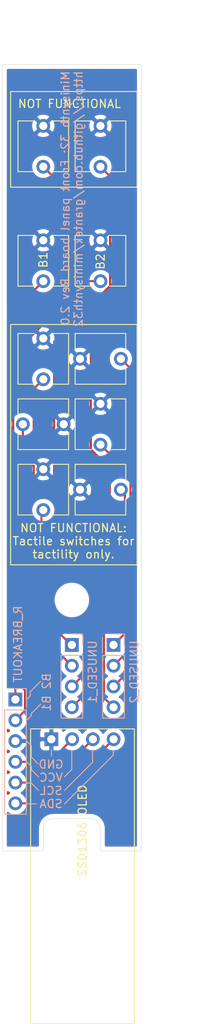
<source format=kicad_pcb>
(kicad_pcb (version 20171130) (host pcbnew 5.99.0+really5.1.10+dfsg1-1)

  (general
    (thickness 1.6)
    (drawings 48)
    (tracks 58)
    (zones 0)
    (modules 15)
    (nets 15)
  )

  (page A4)
  (title_block
    (title "Minisynth 32: front panel board")
    (rev 2.0)
    (company https://github.com/grantek/minisynth32)
    (comment 2 "(c) 2021 Grant King CC-BY-SA-4.0")
  )

  (layers
    (0 F.Cu signal)
    (31 B.Cu signal)
    (32 B.Adhes user)
    (33 F.Adhes user)
    (34 B.Paste user)
    (35 F.Paste user)
    (36 B.SilkS user)
    (37 F.SilkS user)
    (38 B.Mask user)
    (39 F.Mask user)
    (40 Dwgs.User user)
    (41 Cmts.User user)
    (42 Eco1.User user)
    (43 Eco2.User user)
    (44 Edge.Cuts user)
    (45 Margin user)
    (46 B.CrtYd user)
    (47 F.CrtYd user)
    (48 B.Fab user)
    (49 F.Fab user)
  )

  (setup
    (last_trace_width 0.25)
    (user_trace_width 0.25)
    (user_trace_width 0.76)
    (user_trace_width 1.27)
    (user_trace_width 2.03)
    (trace_clearance 0.2)
    (zone_clearance 0.508)
    (zone_45_only no)
    (trace_min 0.2)
    (via_size 1.6)
    (via_drill 0.8)
    (via_min_size 0.4)
    (via_min_drill 0.3)
    (uvia_size 0.3)
    (uvia_drill 0.1)
    (uvias_allowed no)
    (uvia_min_size 0.2)
    (uvia_min_drill 0.1)
    (edge_width 0.05)
    (segment_width 0.2)
    (pcb_text_width 0.3)
    (pcb_text_size 1.5 1.5)
    (mod_edge_width 0.12)
    (mod_text_size 1 1)
    (mod_text_width 0.15)
    (pad_size 3.2 3.2)
    (pad_drill 3.2)
    (pad_to_mask_clearance 0)
    (aux_axis_origin 0 0)
    (visible_elements FFFFFF7F)
    (pcbplotparams
      (layerselection 0x010f0_ffffffff)
      (usegerberextensions true)
      (usegerberattributes true)
      (usegerberadvancedattributes true)
      (creategerberjobfile true)
      (excludeedgelayer true)
      (linewidth 0.100000)
      (plotframeref false)
      (viasonmask false)
      (mode 1)
      (useauxorigin false)
      (hpglpennumber 1)
      (hpglpenspeed 20)
      (hpglpendiameter 15.000000)
      (psnegative false)
      (psa4output false)
      (plotreference true)
      (plotvalue true)
      (plotinvisibletext false)
      (padsonsilk false)
      (subtractmaskfromsilk true)
      (outputformat 1)
      (mirror false)
      (drillshape 0)
      (scaleselection 1)
      (outputdirectory "gerber/front"))
  )

  (net 0 "")
  (net 1 "Net-(J6-Pad6)")
  (net 2 "Net-(J6-Pad5)")
  (net 3 "Net-(J6-Pad4)")
  (net 4 "Net-(J6-Pad2)")
  (net 5 "Net-(J6-Pad1)")
  (net 6 GND2)
  (net 7 "Net-(J8-Pad4)")
  (net 8 "Net-(J8-Pad3)")
  (net 9 "Net-(J8-Pad2)")
  (net 10 "Net-(J8-Pad1)")
  (net 11 "Net-(J9-Pad4)")
  (net 12 "Net-(J9-Pad3)")
  (net 13 "Net-(J9-Pad2)")
  (net 14 "Net-(J9-Pad1)")

  (net_class Default "This is the default net class."
    (clearance 0.2)
    (trace_width 0.25)
    (via_dia 1.6)
    (via_drill 0.8)
    (uvia_dia 0.3)
    (uvia_drill 0.1)
    (add_net GND2)
    (add_net "Net-(J6-Pad1)")
    (add_net "Net-(J6-Pad2)")
    (add_net "Net-(J6-Pad4)")
    (add_net "Net-(J6-Pad5)")
    (add_net "Net-(J6-Pad6)")
    (add_net "Net-(J8-Pad1)")
    (add_net "Net-(J8-Pad2)")
    (add_net "Net-(J8-Pad3)")
    (add_net "Net-(J8-Pad4)")
    (add_net "Net-(J9-Pad1)")
    (add_net "Net-(J9-Pad2)")
    (add_net "Net-(J9-Pad3)")
    (add_net "Net-(J9-Pad4)")
  )

  (net_class 1A ""
    (clearance 0.2)
    (trace_width 0.76)
    (via_dia 1.6)
    (via_drill 0.8)
    (uvia_dia 0.3)
    (uvia_drill 0.1)
  )

  (net_class 4A ""
    (clearance 0.5)
    (trace_width 1.27)
    (via_dia 1.6)
    (via_drill 0.8)
    (uvia_dia 0.3)
    (uvia_drill 0.1)
  )

  (module minisynth32:PinHeader_1x04_P2.54mm_Vertical (layer B.Cu) (tedit 59FED5CC) (tstamp 6121BBCE)
    (at 118.5 114.8 180)
    (descr "Through hole straight pin header, 1x04, 2.54mm pitch, single row")
    (tags "Through hole pin header THT 1x04 2.54mm single row")
    (path /61487EF7)
    (fp_text reference J9 (at 4.385 2.27 180) (layer B.SilkS) hide
      (effects (font (size 1 1) (thickness 0.15)) (justify mirror))
    )
    (fp_text value UNUSED_1 (at -2.54 -3.302 90 unlocked) (layer B.SilkS)
      (effects (font (size 1 1) (thickness 0.15)) (justify mirror))
    )
    (fp_line (start 1.8 1.8) (end -1.8 1.8) (layer B.CrtYd) (width 0.05))
    (fp_line (start 1.8 -9.4) (end 1.8 1.8) (layer B.CrtYd) (width 0.05))
    (fp_line (start -1.8 -9.4) (end 1.8 -9.4) (layer B.CrtYd) (width 0.05))
    (fp_line (start -1.8 1.8) (end -1.8 -9.4) (layer B.CrtYd) (width 0.05))
    (fp_line (start -1.33 1.33) (end 0 1.33) (layer B.SilkS) (width 0.12))
    (fp_line (start -1.33 0) (end -1.33 1.33) (layer B.SilkS) (width 0.12))
    (fp_line (start -1.33 -1.27) (end 1.33 -1.27) (layer B.SilkS) (width 0.12))
    (fp_line (start 1.33 -1.27) (end 1.33 -8.95) (layer B.SilkS) (width 0.12))
    (fp_line (start -1.33 -1.27) (end -1.33 -8.95) (layer B.SilkS) (width 0.12))
    (fp_line (start -1.33 -8.95) (end 1.33 -8.95) (layer B.SilkS) (width 0.12))
    (fp_line (start -1.27 0.635) (end -0.635 1.27) (layer B.Fab) (width 0.1))
    (fp_line (start -1.27 -8.89) (end -1.27 0.635) (layer B.Fab) (width 0.1))
    (fp_line (start 1.27 -8.89) (end -1.27 -8.89) (layer B.Fab) (width 0.1))
    (fp_line (start 1.27 1.27) (end 1.27 -8.89) (layer B.Fab) (width 0.1))
    (fp_line (start -0.635 1.27) (end 1.27 1.27) (layer B.Fab) (width 0.1))
    (fp_text user %R (at -6.604 -0.762 90) (layer B.Fab) hide
      (effects (font (size 1 1) (thickness 0.15)) (justify mirror))
    )
    (pad 4 thru_hole oval (at 0 -7.62 180) (size 1.7 1.7) (drill 1) (layers *.Cu *.Mask)
      (net 11 "Net-(J9-Pad4)"))
    (pad 3 thru_hole oval (at 0 -5.08 180) (size 1.7 1.7) (drill 1) (layers *.Cu *.Mask)
      (net 12 "Net-(J9-Pad3)"))
    (pad 2 thru_hole oval (at 0 -2.54 180) (size 1.7 1.7) (drill 1) (layers *.Cu *.Mask)
      (net 13 "Net-(J9-Pad2)"))
    (pad 1 thru_hole rect (at 0 0 180) (size 1.7 1.7) (drill 1) (layers *.Cu *.Mask)
      (net 14 "Net-(J9-Pad1)"))
    (model ${KISYS3DMOD}/Connector_PinHeader_2.54mm.3dshapes/PinHeader_1x04_P2.54mm_Vertical.wrl
      (at (xyz 0 0 0))
      (scale (xyz 1 1 1))
      (rotate (xyz 0 0 0))
    )
  )

  (module minisynth32:PinHeader_1x04_P2.54mm_Vertical (layer B.Cu) (tedit 59FED5CC) (tstamp 6121BBB6)
    (at 123.6 114.8 180)
    (descr "Through hole straight pin header, 1x04, 2.54mm pitch, single row")
    (tags "Through hole pin header THT 1x04 2.54mm single row")
    (path /614569E4)
    (fp_text reference J8 (at 4.385 2.27 180) (layer B.SilkS) hide
      (effects (font (size 1 1) (thickness 0.15)) (justify mirror))
    )
    (fp_text value UNUSED_2 (at -2.54 -3.302 90 unlocked) (layer B.SilkS)
      (effects (font (size 1 1) (thickness 0.15)) (justify mirror))
    )
    (fp_line (start 1.8 1.8) (end -1.8 1.8) (layer B.CrtYd) (width 0.05))
    (fp_line (start 1.8 -9.4) (end 1.8 1.8) (layer B.CrtYd) (width 0.05))
    (fp_line (start -1.8 -9.4) (end 1.8 -9.4) (layer B.CrtYd) (width 0.05))
    (fp_line (start -1.8 1.8) (end -1.8 -9.4) (layer B.CrtYd) (width 0.05))
    (fp_line (start -1.33 1.33) (end 0 1.33) (layer B.SilkS) (width 0.12))
    (fp_line (start -1.33 0) (end -1.33 1.33) (layer B.SilkS) (width 0.12))
    (fp_line (start -1.33 -1.27) (end 1.33 -1.27) (layer B.SilkS) (width 0.12))
    (fp_line (start 1.33 -1.27) (end 1.33 -8.95) (layer B.SilkS) (width 0.12))
    (fp_line (start -1.33 -1.27) (end -1.33 -8.95) (layer B.SilkS) (width 0.12))
    (fp_line (start -1.33 -8.95) (end 1.33 -8.95) (layer B.SilkS) (width 0.12))
    (fp_line (start -1.27 0.635) (end -0.635 1.27) (layer B.Fab) (width 0.1))
    (fp_line (start -1.27 -8.89) (end -1.27 0.635) (layer B.Fab) (width 0.1))
    (fp_line (start 1.27 -8.89) (end -1.27 -8.89) (layer B.Fab) (width 0.1))
    (fp_line (start 1.27 1.27) (end 1.27 -8.89) (layer B.Fab) (width 0.1))
    (fp_line (start -0.635 1.27) (end 1.27 1.27) (layer B.Fab) (width 0.1))
    (fp_text user %R (at -6.604 -0.762 90) (layer B.Fab) hide
      (effects (font (size 1 1) (thickness 0.15)) (justify mirror))
    )
    (pad 4 thru_hole oval (at 0 -7.62 180) (size 1.7 1.7) (drill 1) (layers *.Cu *.Mask)
      (net 7 "Net-(J8-Pad4)"))
    (pad 3 thru_hole oval (at 0 -5.08 180) (size 1.7 1.7) (drill 1) (layers *.Cu *.Mask)
      (net 8 "Net-(J8-Pad3)"))
    (pad 2 thru_hole oval (at 0 -2.54 180) (size 1.7 1.7) (drill 1) (layers *.Cu *.Mask)
      (net 9 "Net-(J8-Pad2)"))
    (pad 1 thru_hole rect (at 0 0 180) (size 1.7 1.7) (drill 1) (layers *.Cu *.Mask)
      (net 10 "Net-(J8-Pad1)"))
    (model ${KISYS3DMOD}/Connector_PinHeader_2.54mm.3dshapes/PinHeader_1x04_P2.54mm_Vertical.wrl
      (at (xyz 0 0 0))
      (scale (xyz 1 1 1))
      (rotate (xyz 0 0 0))
    )
  )

  (module minisynth32:TL59N (layer F.Cu) (tedit 61217DB8) (tstamp 6121991A)
    (at 122 79.8 90)
    (path /6131DEF3)
    (fp_text reference SW10 (at 0 0.04 270) (layer F.SilkS) hide
      (effects (font (size 1 1) (thickness 0.15)))
    )
    (fp_text value SW_Push (at 0.03 4.52 90) (layer F.Fab) hide
      (effects (font (size 1 1) (thickness 0.15)))
    )
    (fp_line (start -3.1 -3.1) (end -1.1 -3.1) (layer F.SilkS) (width 0.12))
    (fp_line (start 3.1 -3.1) (end 3.1 3.1) (layer F.SilkS) (width 0.12))
    (fp_line (start -3.1 3.1) (end -3.1 -3.1) (layer F.SilkS) (width 0.12))
    (fp_line (start 1.1 -3.1) (end 3.11 -3.1) (layer F.SilkS) (width 0.12))
    (fp_line (start 1.1 3.1) (end 3.1 3.1) (layer F.SilkS) (width 0.12))
    (fp_line (start -3.1 3.1) (end -1.1 3.1) (layer F.SilkS) (width 0.12))
    (fp_line (start -3.1 -3.6) (end 3.1 -3.6) (layer F.CrtYd) (width 0.05))
    (fp_line (start 3.1 -3.6) (end 3.1 3.6) (layer F.CrtYd) (width 0.05))
    (fp_line (start 3.1 3.6) (end -3.1 3.6) (layer F.CrtYd) (width 0.05))
    (fp_line (start -3.1 3.6) (end -3.1 -3.6) (layer F.CrtYd) (width 0.05))
    (pad 1 thru_hole circle (at 0 2.5 90) (size 1.7 1.7) (drill 1) (layers *.Cu *.Mask)
      (net 8 "Net-(J8-Pad3)"))
    (pad 2 thru_hole circle (at 0 -2.5 90) (size 1.7 1.7) (drill 1) (layers *.Cu *.Mask)
      (net 6 GND2))
  )

  (module minisynth32:TL59N (layer F.Cu) (tedit 61217DB8) (tstamp 6121990A)
    (at 122 87.8)
    (path /61319D0A)
    (fp_text reference SW9 (at 0 0.04 180) (layer F.SilkS) hide
      (effects (font (size 1 1) (thickness 0.15)))
    )
    (fp_text value SW_Push (at 0.03 4.52) (layer F.Fab) hide
      (effects (font (size 1 1) (thickness 0.15)))
    )
    (fp_line (start -3.1 -3.1) (end -1.1 -3.1) (layer F.SilkS) (width 0.12))
    (fp_line (start 3.1 -3.1) (end 3.1 3.1) (layer F.SilkS) (width 0.12))
    (fp_line (start -3.1 3.1) (end -3.1 -3.1) (layer F.SilkS) (width 0.12))
    (fp_line (start 1.1 -3.1) (end 3.11 -3.1) (layer F.SilkS) (width 0.12))
    (fp_line (start 1.1 3.1) (end 3.1 3.1) (layer F.SilkS) (width 0.12))
    (fp_line (start -3.1 3.1) (end -1.1 3.1) (layer F.SilkS) (width 0.12))
    (fp_line (start -3.1 -3.6) (end 3.1 -3.6) (layer F.CrtYd) (width 0.05))
    (fp_line (start 3.1 -3.6) (end 3.1 3.6) (layer F.CrtYd) (width 0.05))
    (fp_line (start 3.1 3.6) (end -3.1 3.6) (layer F.CrtYd) (width 0.05))
    (fp_line (start -3.1 3.6) (end -3.1 -3.6) (layer F.CrtYd) (width 0.05))
    (pad 1 thru_hole circle (at 0 2.5) (size 1.7 1.7) (drill 1) (layers *.Cu *.Mask)
      (net 9 "Net-(J8-Pad2)"))
    (pad 2 thru_hole circle (at 0 -2.5) (size 1.7 1.7) (drill 1) (layers *.Cu *.Mask)
      (net 6 GND2))
  )

  (module minisynth32:TL59N (layer F.Cu) (tedit 61217DB8) (tstamp 612198FA)
    (at 122 95.8 90)
    (path /61315B9B)
    (fp_text reference SW8 (at 0 0.04 270) (layer F.SilkS) hide
      (effects (font (size 1 1) (thickness 0.15)))
    )
    (fp_text value SW_Push (at 0.03 4.52 90) (layer F.Fab) hide
      (effects (font (size 1 1) (thickness 0.15)))
    )
    (fp_line (start -3.1 -3.1) (end -1.1 -3.1) (layer F.SilkS) (width 0.12))
    (fp_line (start 3.1 -3.1) (end 3.1 3.1) (layer F.SilkS) (width 0.12))
    (fp_line (start -3.1 3.1) (end -3.1 -3.1) (layer F.SilkS) (width 0.12))
    (fp_line (start 1.1 -3.1) (end 3.11 -3.1) (layer F.SilkS) (width 0.12))
    (fp_line (start 1.1 3.1) (end 3.1 3.1) (layer F.SilkS) (width 0.12))
    (fp_line (start -3.1 3.1) (end -1.1 3.1) (layer F.SilkS) (width 0.12))
    (fp_line (start -3.1 -3.6) (end 3.1 -3.6) (layer F.CrtYd) (width 0.05))
    (fp_line (start 3.1 -3.6) (end 3.1 3.6) (layer F.CrtYd) (width 0.05))
    (fp_line (start 3.1 3.6) (end -3.1 3.6) (layer F.CrtYd) (width 0.05))
    (fp_line (start -3.1 3.6) (end -3.1 -3.6) (layer F.CrtYd) (width 0.05))
    (pad 1 thru_hole circle (at 0 2.5 90) (size 1.7 1.7) (drill 1) (layers *.Cu *.Mask)
      (net 10 "Net-(J8-Pad1)"))
    (pad 2 thru_hole circle (at 0 -2.5 90) (size 1.7 1.7) (drill 1) (layers *.Cu *.Mask)
      (net 6 GND2))
  )

  (module minisynth32:TL59N (layer F.Cu) (tedit 61217DB8) (tstamp 612198EA)
    (at 115 79.8)
    (path /61311A48)
    (fp_text reference SW7 (at 0 0.04 180) (layer F.SilkS) hide
      (effects (font (size 1 1) (thickness 0.15)))
    )
    (fp_text value SW_Push (at 0.03 4.52) (layer F.Fab) hide
      (effects (font (size 1 1) (thickness 0.15)))
    )
    (fp_line (start -3.1 -3.1) (end -1.1 -3.1) (layer F.SilkS) (width 0.12))
    (fp_line (start 3.1 -3.1) (end 3.1 3.1) (layer F.SilkS) (width 0.12))
    (fp_line (start -3.1 3.1) (end -3.1 -3.1) (layer F.SilkS) (width 0.12))
    (fp_line (start 1.1 -3.1) (end 3.11 -3.1) (layer F.SilkS) (width 0.12))
    (fp_line (start 1.1 3.1) (end 3.1 3.1) (layer F.SilkS) (width 0.12))
    (fp_line (start -3.1 3.1) (end -1.1 3.1) (layer F.SilkS) (width 0.12))
    (fp_line (start -3.1 -3.6) (end 3.1 -3.6) (layer F.CrtYd) (width 0.05))
    (fp_line (start 3.1 -3.6) (end 3.1 3.6) (layer F.CrtYd) (width 0.05))
    (fp_line (start 3.1 3.6) (end -3.1 3.6) (layer F.CrtYd) (width 0.05))
    (fp_line (start -3.1 3.6) (end -3.1 -3.6) (layer F.CrtYd) (width 0.05))
    (pad 1 thru_hole circle (at 0 2.5) (size 1.7 1.7) (drill 1) (layers *.Cu *.Mask)
      (net 12 "Net-(J9-Pad3)"))
    (pad 2 thru_hole circle (at 0 -2.5) (size 1.7 1.7) (drill 1) (layers *.Cu *.Mask)
      (net 6 GND2))
  )

  (module minisynth32:TL59N (layer F.Cu) (tedit 61217DB8) (tstamp 612198DA)
    (at 115 87.8 270)
    (path /6130D71F)
    (fp_text reference SW6 (at 0 0.04 270) (layer F.SilkS) hide
      (effects (font (size 1 1) (thickness 0.15)))
    )
    (fp_text value SW_Push (at 0.03 4.52 90) (layer F.Fab) hide
      (effects (font (size 1 1) (thickness 0.15)))
    )
    (fp_line (start -3.1 -3.1) (end -1.1 -3.1) (layer F.SilkS) (width 0.12))
    (fp_line (start 3.1 -3.1) (end 3.1 3.1) (layer F.SilkS) (width 0.12))
    (fp_line (start -3.1 3.1) (end -3.1 -3.1) (layer F.SilkS) (width 0.12))
    (fp_line (start 1.1 -3.1) (end 3.11 -3.1) (layer F.SilkS) (width 0.12))
    (fp_line (start 1.1 3.1) (end 3.1 3.1) (layer F.SilkS) (width 0.12))
    (fp_line (start -3.1 3.1) (end -1.1 3.1) (layer F.SilkS) (width 0.12))
    (fp_line (start -3.1 -3.6) (end 3.1 -3.6) (layer F.CrtYd) (width 0.05))
    (fp_line (start 3.1 -3.6) (end 3.1 3.6) (layer F.CrtYd) (width 0.05))
    (fp_line (start 3.1 3.6) (end -3.1 3.6) (layer F.CrtYd) (width 0.05))
    (fp_line (start -3.1 3.6) (end -3.1 -3.6) (layer F.CrtYd) (width 0.05))
    (pad 1 thru_hole circle (at 0 2.5 270) (size 1.7 1.7) (drill 1) (layers *.Cu *.Mask)
      (net 13 "Net-(J9-Pad2)"))
    (pad 2 thru_hole circle (at 0 -2.5 270) (size 1.7 1.7) (drill 1) (layers *.Cu *.Mask)
      (net 6 GND2))
  )

  (module minisynth32:TL59N (layer F.Cu) (tedit 61217DB8) (tstamp 612198CA)
    (at 115 95.8)
    (path /613097B7)
    (fp_text reference SW5 (at 0 0.04 180) (layer F.SilkS) hide
      (effects (font (size 1 1) (thickness 0.15)))
    )
    (fp_text value SW_Push (at 0.03 4.52) (layer F.Fab) hide
      (effects (font (size 1 1) (thickness 0.15)))
    )
    (fp_line (start -3.1 -3.1) (end -1.1 -3.1) (layer F.SilkS) (width 0.12))
    (fp_line (start 3.1 -3.1) (end 3.1 3.1) (layer F.SilkS) (width 0.12))
    (fp_line (start -3.1 3.1) (end -3.1 -3.1) (layer F.SilkS) (width 0.12))
    (fp_line (start 1.1 -3.1) (end 3.11 -3.1) (layer F.SilkS) (width 0.12))
    (fp_line (start 1.1 3.1) (end 3.1 3.1) (layer F.SilkS) (width 0.12))
    (fp_line (start -3.1 3.1) (end -1.1 3.1) (layer F.SilkS) (width 0.12))
    (fp_line (start -3.1 -3.6) (end 3.1 -3.6) (layer F.CrtYd) (width 0.05))
    (fp_line (start 3.1 -3.6) (end 3.1 3.6) (layer F.CrtYd) (width 0.05))
    (fp_line (start 3.1 3.6) (end -3.1 3.6) (layer F.CrtYd) (width 0.05))
    (fp_line (start -3.1 3.6) (end -3.1 -3.6) (layer F.CrtYd) (width 0.05))
    (pad 1 thru_hole circle (at 0 2.5) (size 1.7 1.7) (drill 1) (layers *.Cu *.Mask)
      (net 14 "Net-(J9-Pad1)"))
    (pad 2 thru_hole circle (at 0 -2.5) (size 1.7 1.7) (drill 1) (layers *.Cu *.Mask)
      (net 6 GND2))
  )

  (module minisynth32:TL59N (layer F.Cu) (tedit 61217DB8) (tstamp 612198BA)
    (at 122 53.8)
    (path /613056E9)
    (fp_text reference SW4 (at 0 0.04 180) (layer F.SilkS) hide
      (effects (font (size 1 1) (thickness 0.15)))
    )
    (fp_text value SW_Push (at 0.03 4.52) (layer F.Fab) hide
      (effects (font (size 1 1) (thickness 0.15)))
    )
    (fp_line (start -3.1 -3.1) (end -1.1 -3.1) (layer F.SilkS) (width 0.12))
    (fp_line (start 3.1 -3.1) (end 3.1 3.1) (layer F.SilkS) (width 0.12))
    (fp_line (start -3.1 3.1) (end -3.1 -3.1) (layer F.SilkS) (width 0.12))
    (fp_line (start 1.1 -3.1) (end 3.11 -3.1) (layer F.SilkS) (width 0.12))
    (fp_line (start 1.1 3.1) (end 3.1 3.1) (layer F.SilkS) (width 0.12))
    (fp_line (start -3.1 3.1) (end -1.1 3.1) (layer F.SilkS) (width 0.12))
    (fp_line (start -3.1 -3.6) (end 3.1 -3.6) (layer F.CrtYd) (width 0.05))
    (fp_line (start 3.1 -3.6) (end 3.1 3.6) (layer F.CrtYd) (width 0.05))
    (fp_line (start 3.1 3.6) (end -3.1 3.6) (layer F.CrtYd) (width 0.05))
    (fp_line (start -3.1 3.6) (end -3.1 -3.6) (layer F.CrtYd) (width 0.05))
    (pad 1 thru_hole circle (at 0 2.5) (size 1.7 1.7) (drill 1) (layers *.Cu *.Mask)
      (net 7 "Net-(J8-Pad4)"))
    (pad 2 thru_hole circle (at 0 -2.5) (size 1.7 1.7) (drill 1) (layers *.Cu *.Mask)
      (net 6 GND2))
  )

  (module minisynth32:TL59N (layer F.Cu) (tedit 61217DB8) (tstamp 6121A096)
    (at 115 53.8)
    (path /612C1A6B)
    (fp_text reference SW3 (at 0 0.04 180) (layer F.SilkS) hide
      (effects (font (size 1 1) (thickness 0.15)))
    )
    (fp_text value SW_Push (at 0.03 4.52) (layer F.Fab) hide
      (effects (font (size 1 1) (thickness 0.15)))
    )
    (fp_line (start -3.1 -3.1) (end -1.1 -3.1) (layer F.SilkS) (width 0.12))
    (fp_line (start 3.1 -3.1) (end 3.1 3.1) (layer F.SilkS) (width 0.12))
    (fp_line (start -3.1 3.1) (end -3.1 -3.1) (layer F.SilkS) (width 0.12))
    (fp_line (start 1.1 -3.1) (end 3.11 -3.1) (layer F.SilkS) (width 0.12))
    (fp_line (start 1.1 3.1) (end 3.1 3.1) (layer F.SilkS) (width 0.12))
    (fp_line (start -3.1 3.1) (end -1.1 3.1) (layer F.SilkS) (width 0.12))
    (fp_line (start -3.1 -3.6) (end 3.1 -3.6) (layer F.CrtYd) (width 0.05))
    (fp_line (start 3.1 -3.6) (end 3.1 3.6) (layer F.CrtYd) (width 0.05))
    (fp_line (start 3.1 3.6) (end -3.1 3.6) (layer F.CrtYd) (width 0.05))
    (fp_line (start -3.1 3.6) (end -3.1 -3.6) (layer F.CrtYd) (width 0.05))
    (pad 1 thru_hole circle (at 0 2.5) (size 1.7 1.7) (drill 1) (layers *.Cu *.Mask)
      (net 11 "Net-(J9-Pad4)"))
    (pad 2 thru_hole circle (at 0 -2.5) (size 1.7 1.7) (drill 1) (layers *.Cu *.Mask)
      (net 6 GND2))
  )

  (module minisynth32:TL59N (layer F.Cu) (tedit 61217DB8) (tstamp 61213CE6)
    (at 122 67.8)
    (path /61226CBB)
    (fp_text reference SW2 (at 0 0.04 270) (layer F.SilkS) hide
      (effects (font (size 1 1) (thickness 0.15)))
    )
    (fp_text value B2 (at 0 0.1 90) (layer F.SilkS)
      (effects (font (size 1 1) (thickness 0.15)))
    )
    (fp_line (start -3.1 -3.1) (end -1.1 -3.1) (layer F.SilkS) (width 0.12))
    (fp_line (start 3.1 -3.1) (end 3.1 3.1) (layer F.SilkS) (width 0.12))
    (fp_line (start -3.1 3.1) (end -3.1 -3.1) (layer F.SilkS) (width 0.12))
    (fp_line (start 1.1 -3.1) (end 3.11 -3.1) (layer F.SilkS) (width 0.12))
    (fp_line (start 1.1 3.1) (end 3.1 3.1) (layer F.SilkS) (width 0.12))
    (fp_line (start -3.1 3.1) (end -1.1 3.1) (layer F.SilkS) (width 0.12))
    (fp_line (start -3.1 -3.6) (end 3.1 -3.6) (layer F.CrtYd) (width 0.05))
    (fp_line (start 3.1 -3.6) (end 3.1 3.6) (layer F.CrtYd) (width 0.05))
    (fp_line (start 3.1 3.6) (end -3.1 3.6) (layer F.CrtYd) (width 0.05))
    (fp_line (start -3.1 3.6) (end -3.1 -3.6) (layer F.CrtYd) (width 0.05))
    (pad 1 thru_hole circle (at 0 2.5) (size 1.7 1.7) (drill 1) (layers *.Cu *.Mask)
      (net 4 "Net-(J6-Pad2)"))
    (pad 2 thru_hole circle (at 0 -2.5) (size 1.7 1.7) (drill 1) (layers *.Cu *.Mask)
      (net 6 GND2))
  )

  (module minisynth32:TL59N (layer F.Cu) (tedit 61217DB8) (tstamp 61213CD6)
    (at 115 67.8)
    (path /61215D41)
    (fp_text reference SW1 (at 0 0.04 270) (layer F.SilkS) hide
      (effects (font (size 1 1) (thickness 0.15)))
    )
    (fp_text value B1 (at 0 -0.1 90) (layer F.SilkS)
      (effects (font (size 1 1) (thickness 0.15)))
    )
    (fp_line (start -3.1 -3.1) (end -1.1 -3.1) (layer F.SilkS) (width 0.12))
    (fp_line (start 3.1 -3.1) (end 3.1 3.1) (layer F.SilkS) (width 0.12))
    (fp_line (start -3.1 3.1) (end -3.1 -3.1) (layer F.SilkS) (width 0.12))
    (fp_line (start 1.1 -3.1) (end 3.11 -3.1) (layer F.SilkS) (width 0.12))
    (fp_line (start 1.1 3.1) (end 3.1 3.1) (layer F.SilkS) (width 0.12))
    (fp_line (start -3.1 3.1) (end -1.1 3.1) (layer F.SilkS) (width 0.12))
    (fp_line (start -3.1 -3.6) (end 3.1 -3.6) (layer F.CrtYd) (width 0.05))
    (fp_line (start 3.1 -3.6) (end 3.1 3.6) (layer F.CrtYd) (width 0.05))
    (fp_line (start 3.1 3.6) (end -3.1 3.6) (layer F.CrtYd) (width 0.05))
    (fp_line (start -3.1 3.6) (end -3.1 -3.6) (layer F.CrtYd) (width 0.05))
    (pad 1 thru_hole circle (at 0 2.5) (size 1.7 1.7) (drill 1) (layers *.Cu *.Mask)
      (net 5 "Net-(J6-Pad1)"))
    (pad 2 thru_hole circle (at 0 -2.5) (size 1.7 1.7) (drill 1) (layers *.Cu *.Mask)
      (net 6 GND2))
  )

  (module minisynth32:SSD1306_128_32 (layer F.Cu) (tedit 5FB7AB84) (tstamp 61217AC3)
    (at 119.8 143.1 90)
    (descr "Through hole straight pin header, 1x04, 2.54mm pitch, single row")
    (tags "Through hole pin header THT 1x04 2.54mm single row")
    (path /609626C0)
    (fp_text reference J7 (at 4.385 -2.27 90) (layer F.SilkS) hide
      (effects (font (size 1 1) (thickness 0.15)))
    )
    (fp_text value "SSD1306 OLED" (at 5.588 0 90) (layer F.SilkS)
      (effects (font (size 1 1) (thickness 0.15)))
    )
    (fp_line (start 18.034 6.35) (end -18.034 6.35) (layer F.SilkS) (width 0.12))
    (fp_line (start 18.034 -6.35) (end 18.034 6.35) (layer F.SilkS) (width 0.12))
    (fp_line (start -18.034 -6.35) (end 18.034 -6.35) (layer F.SilkS) (width 0.12))
    (fp_line (start 15.494 -4.445) (end 16.129 -5.08) (layer F.Fab) (width 0.1))
    (fp_line (start 15.494 5.08) (end 15.494 -4.445) (layer F.Fab) (width 0.1))
    (fp_line (start 18.034 5.08) (end 15.494 5.08) (layer F.Fab) (width 0.1))
    (fp_line (start 18.034 -5.08) (end 18.034 5.08) (layer F.Fab) (width 0.1))
    (fp_line (start 16.129 -5.08) (end 18.034 -5.08) (layer F.Fab) (width 0.1))
    (fp_line (start -18.034 -6.35) (end -18.034 6.35) (layer F.CrtYd) (width 0.12))
    (fp_line (start 18.542 6.35) (end 18.542 -6.35) (layer F.CrtYd) (width 0.12))
    (fp_line (start 18.542 -6.35) (end -18.034 -6.35) (layer F.CrtYd) (width 0.12))
    (fp_line (start -18.034 6.35) (end 18.542 6.35) (layer F.CrtYd) (width 0.12))
    (fp_line (start -18.034 -6.35) (end -18.034 6.35) (layer F.SilkS) (width 0.12))
    (fp_text user %R (at 2.77 3.81 180) (layer F.Fab) hide
      (effects (font (size 1 1) (thickness 0.15)))
    )
    (pad 4 thru_hole oval (at 16.764 3.81 90) (size 1.7 1.7) (drill 1) (layers *.Cu *.Mask)
      (net 1 "Net-(J6-Pad6)"))
    (pad 3 thru_hole oval (at 16.764 1.27 90) (size 1.7 1.7) (drill 1) (layers *.Cu *.Mask)
      (net 2 "Net-(J6-Pad5)"))
    (pad 2 thru_hole oval (at 16.764 -1.27 90) (size 1.7 1.7) (drill 1) (layers *.Cu *.Mask)
      (net 3 "Net-(J6-Pad4)"))
    (pad 1 thru_hole rect (at 16.764 -3.81 90) (size 1.7 1.7) (drill 1) (layers *.Cu *.Mask)
      (net 6 GND2))
  )

  (module minisynth32:PinHeader_1x06_P2.54mm_Vertical (layer B.Cu) (tedit 59FED5CC) (tstamp 61217C74)
    (at 111.584 121.476 180)
    (descr "Through hole straight pin header, 1x06, 2.54mm pitch, single row")
    (tags "Through hole pin header THT 1x06 2.54mm single row")
    (path /6095D7A7)
    (fp_text reference J6 (at 4.385 2.27) (layer B.SilkS) hide
      (effects (font (size 1 1) (thickness 0.15)) (justify mirror))
    )
    (fp_text value R_BREAKOUT (at -0.316 6.776 90 unlocked) (layer B.SilkS)
      (effects (font (size 1 1) (thickness 0.15)) (justify mirror))
    )
    (fp_line (start 1.8 1.8) (end -1.8 1.8) (layer B.CrtYd) (width 0.05))
    (fp_line (start 1.8 -14.5) (end 1.8 1.8) (layer B.CrtYd) (width 0.05))
    (fp_line (start -1.8 -14.5) (end 1.8 -14.5) (layer B.CrtYd) (width 0.05))
    (fp_line (start -1.8 1.8) (end -1.8 -14.5) (layer B.CrtYd) (width 0.05))
    (fp_line (start -1.33 1.33) (end 0 1.33) (layer B.SilkS) (width 0.12))
    (fp_line (start -1.33 0) (end -1.33 1.33) (layer B.SilkS) (width 0.12))
    (fp_line (start -1.33 -1.27) (end 1.33 -1.27) (layer B.SilkS) (width 0.12))
    (fp_line (start 1.33 -1.27) (end 1.33 -14.03) (layer B.SilkS) (width 0.12))
    (fp_line (start -1.33 -1.27) (end -1.33 -14.03) (layer B.SilkS) (width 0.12))
    (fp_line (start -1.33 -14.03) (end 1.33 -14.03) (layer B.SilkS) (width 0.12))
    (fp_line (start -1.27 0.635) (end -0.635 1.27) (layer B.Fab) (width 0.1))
    (fp_line (start -1.27 -13.97) (end -1.27 0.635) (layer B.Fab) (width 0.1))
    (fp_line (start 1.27 -13.97) (end -1.27 -13.97) (layer B.Fab) (width 0.1))
    (fp_line (start 1.27 1.27) (end 1.27 -13.97) (layer B.Fab) (width 0.1))
    (fp_line (start -0.635 1.27) (end 1.27 1.27) (layer B.Fab) (width 0.1))
    (pad 6 thru_hole oval (at 0 -12.7 180) (size 1.7 1.7) (drill 1) (layers *.Cu *.Mask)
      (net 1 "Net-(J6-Pad6)"))
    (pad 5 thru_hole oval (at 0 -10.16 180) (size 1.7 1.7) (drill 1) (layers *.Cu *.Mask)
      (net 2 "Net-(J6-Pad5)"))
    (pad 4 thru_hole oval (at 0 -7.62 180) (size 1.7 1.7) (drill 1) (layers *.Cu *.Mask)
      (net 3 "Net-(J6-Pad4)"))
    (pad 3 thru_hole oval (at 0 -5.08 180) (size 1.7 1.7) (drill 1) (layers *.Cu *.Mask)
      (net 6 GND2))
    (pad 2 thru_hole oval (at 0 -2.54 180) (size 1.7 1.7) (drill 1) (layers *.Cu *.Mask)
      (net 4 "Net-(J6-Pad2)"))
    (pad 1 thru_hole rect (at 0 0 180) (size 1.7 1.7) (drill 1) (layers *.Cu *.Mask)
      (net 5 "Net-(J6-Pad1)"))
    (model ${KISYS3DMOD}/Connector_PinHeader_2.54mm.3dshapes/PinHeader_1x06_P2.54mm_Vertical.wrl
      (at (xyz 0 0 0))
      (scale (xyz 1 1 1))
      (rotate (xyz 0 0 0))
    )
  )

  (module MountingHole:MountingHole_3.2mm_M3 (layer F.Cu) (tedit 56D1B4CB) (tstamp 61214B4D)
    (at 118.5 109.3)
    (descr "Mounting Hole 3.2mm, no annular, M3")
    (tags "mounting hole 3.2mm no annular m3")
    (fp_text reference REF** (at 0 -4.2) (layer F.SilkS) hide
      (effects (font (size 1 1) (thickness 0.15)))
    )
    (fp_text value MountingHole_3.2mm_M3 (at 0 4.2) (layer F.Fab) hide
      (effects (font (size 1 1) (thickness 0.15)))
    )
    (fp_circle (center 0 0) (end 3.45 0) (layer F.CrtYd) (width 0.05))
    (fp_circle (center 0 0) (end 3.2 0) (layer Cmts.User) (width 0.15))
    (fp_text user %R (at 0.3 0) (layer F.Fab) hide
      (effects (font (size 1 1) (thickness 0.15)))
    )
    (pad 1 np_thru_hole circle (at 0 0) (size 3.2 3.2) (drill 3.2) (layers *.Cu *.Mask))
  )

  (dimension 96.2 (width 0.15) (layer Dwgs.User)
    (gr_text "96.200 mm" (at 134.3 91.9 270) (layer Dwgs.User)
      (effects (font (size 1 1) (thickness 0.15)))
    )
    (feature1 (pts (xy 127 140) (xy 133.586421 140)))
    (feature2 (pts (xy 127 43.8) (xy 133.586421 43.8)))
    (crossbar (pts (xy 133 43.8) (xy 133 140)))
    (arrow1a (pts (xy 133 140) (xy 132.413579 138.873496)))
    (arrow1b (pts (xy 133 140) (xy 133.586421 138.873496)))
    (arrow2a (pts (xy 133 43.8) (xy 132.413579 44.926504)))
    (arrow2b (pts (xy 133 43.8) (xy 133.586421 44.926504)))
  )
  (dimension 17 (width 0.15) (layer Dwgs.User)
    (gr_text "17.000 mm" (at 118.5 36.6) (layer Dwgs.User)
      (effects (font (size 1 1) (thickness 0.15)))
    )
    (feature1 (pts (xy 127 43.8) (xy 127 37.313579)))
    (feature2 (pts (xy 110 43.8) (xy 110 37.313579)))
    (crossbar (pts (xy 110 37.9) (xy 127 37.9)))
    (arrow1a (pts (xy 127 37.9) (xy 125.873496 38.486421)))
    (arrow1b (pts (xy 127 37.9) (xy 125.873496 37.313579)))
    (arrow2a (pts (xy 110 37.9) (xy 111.126504 38.486421)))
    (arrow2b (pts (xy 110 37.9) (xy 111.126504 37.313579)))
  )
  (gr_text "NOT FUNCTIONAL" (at 118.2 48.6) (layer F.SilkS)
    (effects (font (size 1 1) (thickness 0.15)))
  )
  (gr_line (start 126.5 58.8) (end 111 58.8) (layer F.SilkS) (width 0.12) (tstamp 6121E7E0))
  (gr_line (start 126.5 47.1) (end 126.5 58.8) (layer F.SilkS) (width 0.12))
  (gr_line (start 111 47.1) (end 126.5 47.1) (layer F.SilkS) (width 0.12))
  (gr_line (start 111 58.8) (end 111 47.1) (layer F.SilkS) (width 0.12))
  (gr_text "NOT FUNCTIONAL:\nTactile switches for\ntactility only." (at 118.7 102.1) (layer F.SilkS)
    (effects (font (size 1 1) (thickness 0.15)))
  )
  (gr_line (start 111 105) (end 111 75.6) (layer F.SilkS) (width 0.12))
  (gr_line (start 126.5 105) (end 111 105) (layer F.SilkS) (width 0.12))
  (gr_line (start 126.5 75.6) (end 126.5 105) (layer F.SilkS) (width 0.12))
  (gr_line (start 111 75.6) (end 126.5 75.6) (layer F.SilkS) (width 0.12))
  (gr_line (start 116 128.4) (end 116 127.635) (layer B.SilkS) (width 0.12))
  (gr_arc (start 120.73 137.27) (end 122 137.27) (angle -90) (layer Edge.Cuts) (width 0.05) (tstamp 6121A5E7))
  (gr_arc (start 116.27 137.27) (end 116.27 136) (angle -90) (layer Edge.Cuts) (width 0.05) (tstamp 6121A5E7))
  (gr_line (start 116.27 136) (end 120.73 136) (layer Edge.Cuts) (width 0.05))
  (gr_line (start 122 140) (end 122 137.27) (layer Edge.Cuts) (width 0.05))
  (gr_line (start 115 140) (end 115 137.27) (layer Edge.Cuts) (width 0.05))
  (gr_line (start 110 140) (end 115 140) (layer Edge.Cuts) (width 0.05) (tstamp 6121A583))
  (gr_line (start 113.411 121.031) (end 113.03 121.412) (layer B.SilkS) (width 0.12))
  (gr_line (start 113.411 120.523) (end 113.411 121.031) (layer B.SilkS) (width 0.12))
  (gr_line (start 114.681 119.253) (end 113.411 120.523) (layer B.SilkS) (width 0.12))
  (gr_line (start 113.538 123.19) (end 114.681 122.047) (layer B.SilkS) (width 0.12))
  (gr_line (start 113.538 123.444) (end 113.538 123.19) (layer B.SilkS) (width 0.12))
  (gr_line (start 113.03 123.952) (end 113.538 123.444) (layer B.SilkS) (width 0.12))
  (gr_line (start 113.03 126.619) (end 113.538 127.127) (layer B.SilkS) (width 0.12) (tstamp 6121849C))
  (gr_line (start 113.538 128.524) (end 113.538 127.127) (layer B.SilkS) (width 0.12))
  (gr_line (start 113.538 129.667) (end 113.538 130.048) (layer B.SilkS) (width 0.12))
  (gr_line (start 113.03 129.159) (end 113.538 129.667) (layer B.SilkS) (width 0.12))
  (gr_line (start 113.538 131.699) (end 113.03 131.699) (layer B.SilkS) (width 0.12))
  (gr_line (start 123.571 128.27) (end 123.571 127.635) (layer B.SilkS) (width 0.12))
  (gr_line (start 117.602 134.239) (end 123.571 128.27) (layer B.SilkS) (width 0.12))
  (gr_line (start 121.031 129.159) (end 121.031 127.635) (layer B.SilkS) (width 0.12))
  (gr_line (start 117.602 132.588) (end 121.031 129.159) (layer B.SilkS) (width 0.12))
  (gr_line (start 118.491 130.048) (end 118.491 127.635) (layer B.SilkS) (width 0.12))
  (gr_line (start 117.602 130.937) (end 118.491 130.048) (layer B.SilkS) (width 0.12))
  (gr_line (start 118.5 141.1) (end 118.5 43.2) (layer Dwgs.User) (width 0.15) (tstamp 61217AEE))
  (gr_line (start 127 43.8) (end 127 140) (layer Edge.Cuts) (width 0.05))
  (gr_text "Minisynth 32: Front panel board Rev 2.0\nhttps://github.com/grantek/minisynth32\n" (at 118.5 44.5 90) (layer B.SilkS)
    (effects (font (size 1 1) (thickness 0.15)) (justify left mirror))
  )
  (gr_line (start 114.378 129.35) (end 113.538 128.524) (layer B.SilkS) (width 0.12) (tstamp 61217CB4))
  (gr_line (start 114.427 130.937) (end 113.538 130.048) (layer B.SilkS) (width 0.12) (tstamp 61217CB1))
  (gr_line (start 114.427 132.588) (end 113.538 131.699) (layer B.SilkS) (width 0.12) (tstamp 61217CAE))
  (gr_line (start 114.173 134.239) (end 112.903 134.239) (layer B.SilkS) (width 0.12) (tstamp 61217CBD))
  (gr_text "GND\nVCC\nSCL\nSDA" (at 115.951 131.826) (layer B.SilkS) (tstamp 61217CBA)
    (effects (font (size 1 1) (thickness 0.15)) (justify mirror))
  )
  (gr_text "B2 B1" (at 115.4 120.6 90) (layer B.SilkS) (tstamp 61217CAB)
    (effects (font (size 1 1) (thickness 0.15)) (justify mirror))
  )
  (gr_line (start 122 140) (end 127 140) (layer Edge.Cuts) (width 0.05) (tstamp 6092DD92))
  (gr_line (start 110 43.8) (end 110 140) (layer Edge.Cuts) (width 0.05))
  (gr_line (start 127 43.8) (end 110 43.8) (layer Edge.Cuts) (width 0.05) (tstamp 61213DA8))

  (segment (start 123.352402 126.556) (end 123.776 126.556) (width 0.76) (layer F.Cu) (net 1) (tstamp 61217B39) (status 30))
  (segment (start 115.77 134.176) (end 123.61 126.336) (width 0.25) (layer F.Cu) (net 1) (status 20))
  (segment (start 111.584 134.176) (end 115.77 134.176) (width 0.25) (layer F.Cu) (net 1) (status 10))
  (segment (start 115.77 131.636) (end 121.07 126.336) (width 0.25) (layer F.Cu) (net 2) (status 20))
  (segment (start 111.584 131.636) (end 115.77 131.636) (width 0.25) (layer F.Cu) (net 2) (status 10))
  (segment (start 115.77 129.096) (end 118.53 126.336) (width 0.25) (layer F.Cu) (net 3) (status 20))
  (segment (start 111.584 129.096) (end 115.77 129.096) (width 0.25) (layer F.Cu) (net 3) (status 10))
  (segment (start 112.759001 122.840999) (end 111.584 124.016) (width 0.25) (layer F.Cu) (net 4))
  (segment (start 112.759001 120.365999) (end 112.759001 122.840999) (width 0.25) (layer F.Cu) (net 4))
  (segment (start 111.324999 118.931997) (end 112.759001 120.365999) (width 0.25) (layer F.Cu) (net 4))
  (segment (start 111.324999 79.235999) (end 111.324999 118.931997) (width 0.25) (layer F.Cu) (net 4))
  (segment (start 120.260998 70.3) (end 111.324999 79.235999) (width 0.25) (layer F.Cu) (net 4))
  (segment (start 122 70.3) (end 120.260998 70.3) (width 0.25) (layer F.Cu) (net 4))
  (segment (start 110.874989 74.425011) (end 115 70.3) (width 0.25) (layer F.Cu) (net 5))
  (segment (start 110.874989 119.118397) (end 110.874989 74.425011) (width 0.25) (layer F.Cu) (net 5))
  (segment (start 111.584 119.827408) (end 110.874989 119.118397) (width 0.25) (layer F.Cu) (net 5))
  (segment (start 111.584 121.476) (end 111.584 119.827408) (width 0.25) (layer F.Cu) (net 5))
  (segment (start 115.77 126.556) (end 115.99 126.336) (width 0.25) (layer F.Cu) (net 6) (status 30))
  (segment (start 123.625011 57.925011) (end 122 56.3) (width 0.25) (layer F.Cu) (net 7))
  (segment (start 120.824999 73.850413) (end 123.625011 71.050401) (width 0.25) (layer F.Cu) (net 7))
  (segment (start 123.625011 71.050401) (end 123.625011 57.925011) (width 0.25) (layer F.Cu) (net 7))
  (segment (start 120.824999 90.864001) (end 120.824999 73.850413) (width 0.25) (layer F.Cu) (net 7))
  (segment (start 123.15001 93.189012) (end 120.824999 90.864001) (width 0.25) (layer F.Cu) (net 7))
  (segment (start 123.15001 111.92281) (end 123.15001 93.189012) (width 0.25) (layer F.Cu) (net 7))
  (segment (start 122.424999 112.647821) (end 123.15001 111.92281) (width 0.25) (layer F.Cu) (net 7))
  (segment (start 122.424999 121.244999) (end 122.424999 112.647821) (width 0.25) (layer F.Cu) (net 7))
  (segment (start 123.6 122.42) (end 122.424999 121.244999) (width 0.25) (layer F.Cu) (net 7))
  (segment (start 126.125011 81.425011) (end 124.5 79.8) (width 0.25) (layer F.Cu) (net 8) (status 20))
  (segment (start 126.125011 117.354989) (end 126.125011 81.425011) (width 0.25) (layer F.Cu) (net 8))
  (segment (start 123.6 119.88) (end 126.125011 117.354989) (width 0.25) (layer F.Cu) (net 8) (status 10))
  (segment (start 125.675001 115.264999) (end 125.675001 93.975001) (width 0.25) (layer F.Cu) (net 9))
  (segment (start 125.675001 93.975001) (end 122 90.3) (width 0.25) (layer F.Cu) (net 9) (status 20))
  (segment (start 123.6 117.34) (end 125.675001 115.264999) (width 0.25) (layer F.Cu) (net 9) (status 10))
  (segment (start 125 96.3) (end 124.5 95.8) (width 0.25) (layer F.Cu) (net 10))
  (segment (start 125 113.4) (end 125 96.3) (width 0.25) (layer F.Cu) (net 10))
  (segment (start 123.6 114.8) (end 125 113.4) (width 0.25) (layer F.Cu) (net 10))
  (segment (start 123.175001 70.864001) (end 123.175001 64.475001) (width 0.25) (layer F.Cu) (net 11))
  (segment (start 116.324999 77.714003) (end 123.175001 70.864001) (width 0.25) (layer F.Cu) (net 11))
  (segment (start 116.324999 95.424999) (end 116.324999 77.714003) (width 0.25) (layer F.Cu) (net 11))
  (segment (start 122.7 101.8) (end 116.324999 95.424999) (width 0.25) (layer F.Cu) (net 11))
  (segment (start 122.7 111.73641) (end 122.7 101.8) (width 0.25) (layer F.Cu) (net 11))
  (segment (start 120.8 113.63641) (end 122.7 111.73641) (width 0.25) (layer F.Cu) (net 11))
  (segment (start 123.175001 64.475001) (end 115 56.3) (width 0.25) (layer F.Cu) (net 11))
  (segment (start 120.8 120.12) (end 120.8 113.63641) (width 0.25) (layer F.Cu) (net 11))
  (segment (start 118.5 122.42) (end 120.8 120.12) (width 0.25) (layer F.Cu) (net 11))
  (segment (start 113.824999 83.475001) (end 115 82.3) (width 0.25) (layer F.Cu) (net 12))
  (segment (start 113.824999 94.424999) (end 113.824999 83.475001) (width 0.25) (layer F.Cu) (net 12))
  (segment (start 122.22501 102.82501) (end 113.824999 94.424999) (width 0.25) (layer F.Cu) (net 12))
  (segment (start 122.22501 111.57499) (end 122.22501 102.82501) (width 0.25) (layer F.Cu) (net 12))
  (segment (start 120.1 113.7) (end 122.22501 111.57499) (width 0.25) (layer F.Cu) (net 12))
  (segment (start 120.1 118.28) (end 120.1 113.7) (width 0.25) (layer F.Cu) (net 12))
  (segment (start 118.5 119.88) (end 120.1 118.28) (width 0.25) (layer F.Cu) (net 12))
  (segment (start 112.5 111.34) (end 112.5 87.8) (width 0.25) (layer F.Cu) (net 13))
  (segment (start 118.5 117.34) (end 112.5 111.34) (width 0.25) (layer F.Cu) (net 13))
  (segment (start 114.77499 98.52501) (end 115 98.3) (width 0.25) (layer F.Cu) (net 14))
  (segment (start 114.77499 111.17499) (end 114.77499 98.52501) (width 0.25) (layer F.Cu) (net 14))
  (segment (start 118.4 114.8) (end 114.77499 111.17499) (width 0.25) (layer F.Cu) (net 14))
  (segment (start 118.5 114.8) (end 118.4 114.8) (width 0.25) (layer F.Cu) (net 14))

  (zone (net 0) (net_name "") (layers F&B.Cu) (tstamp 0) (hatch edge 0.508)
    (connect_pads (clearance 0.508))
    (min_thickness 0.254)
    (keepout (tracks not_allowed) (vias not_allowed) (copperpour allowed))
    (fill (arc_segments 32) (thermal_gap 0.508) (thermal_bridge_width 0.508))
    (polygon
      (pts
        (xy 121.9 108) (xy 121.9 110.6) (xy 119.9 112.6) (xy 117.1 112.6) (xy 115.1 110.6)
        (xy 115.1 108.2) (xy 117.4 105.9) (xy 119.8 105.9)
      )
    )
  )
  (zone (net 6) (net_name GND2) (layer B.Cu) (tstamp 6121D602) (hatch edge 0.508)
    (connect_pads (clearance 0.508))
    (min_thickness 0.254)
    (fill yes (arc_segments 32) (thermal_gap 0.508) (thermal_bridge_width 0.508))
    (polygon
      (pts
        (xy 127.3 140.3) (xy 109.7 140.3) (xy 109.7 43.4) (xy 127.3 43.4)
      )
    )
    (filled_polygon
      (pts
        (xy 126.340001 139.34) (xy 122.66 139.34) (xy 122.66 137.237581) (xy 122.657198 137.209135) (xy 122.657253 137.201318)
        (xy 122.656354 137.192147) (xy 122.630446 136.945644) (xy 122.618414 136.887028) (xy 122.607208 136.828284) (xy 122.604544 136.819462)
        (xy 122.531249 136.582686) (xy 122.508074 136.527555) (xy 122.485661 136.47208) (xy 122.481334 136.463944) (xy 122.363446 136.245914)
        (xy 122.330012 136.196346) (xy 122.29724 136.146265) (xy 122.291416 136.139124) (xy 122.133423 135.948144) (xy 122.090988 135.906005)
        (xy 122.049125 135.863255) (xy 122.042024 135.857381) (xy 121.849946 135.700727) (xy 121.800169 135.667655) (xy 121.750763 135.633826)
        (xy 121.742657 135.629444) (xy 121.523809 135.513081) (xy 121.468532 135.490298) (xy 121.413525 135.466721) (xy 121.404722 135.463997)
        (xy 121.167441 135.392357) (xy 121.108754 135.380736) (xy 121.050248 135.3683) (xy 121.041085 135.367337) (xy 121.041083 135.367337)
        (xy 120.794405 135.34315) (xy 120.794402 135.34315) (xy 120.762419 135.34) (xy 116.237581 135.34) (xy 116.209135 135.342802)
        (xy 116.201318 135.342747) (xy 116.192147 135.343646) (xy 115.945644 135.369554) (xy 115.887028 135.381586) (xy 115.828284 135.392792)
        (xy 115.819462 135.395456) (xy 115.582686 135.468751) (xy 115.527555 135.491926) (xy 115.47208 135.514339) (xy 115.463944 135.518666)
        (xy 115.245914 135.636554) (xy 115.196346 135.669988) (xy 115.146265 135.70276) (xy 115.139124 135.708584) (xy 114.948144 135.866577)
        (xy 114.906005 135.909012) (xy 114.863255 135.950875) (xy 114.857381 135.957976) (xy 114.700727 136.150054) (xy 114.667655 136.199831)
        (xy 114.633826 136.249237) (xy 114.629444 136.257343) (xy 114.513081 136.476191) (xy 114.490298 136.531468) (xy 114.466721 136.586475)
        (xy 114.463997 136.595278) (xy 114.392357 136.832559) (xy 114.380736 136.891246) (xy 114.3683 136.949752) (xy 114.367337 136.958917)
        (xy 114.34315 137.205595) (xy 114.34315 137.205608) (xy 114.340001 137.237581) (xy 114.34 139.34) (xy 110.66 139.34)
        (xy 110.66 135.344597) (xy 110.880589 135.49199) (xy 111.150842 135.603932) (xy 111.43774 135.661) (xy 111.73026 135.661)
        (xy 112.017158 135.603932) (xy 112.287411 135.49199) (xy 112.530632 135.329475) (xy 112.737475 135.122632) (xy 112.89999 134.879411)
        (xy 113.011932 134.609158) (xy 113.069 134.32226) (xy 113.069 134.02974) (xy 113.011932 133.742842) (xy 112.89999 133.472589)
        (xy 112.737475 133.229368) (xy 112.530632 133.022525) (xy 112.35624 132.906) (xy 112.530632 132.789475) (xy 112.737475 132.582632)
        (xy 112.89999 132.339411) (xy 113.011932 132.069158) (xy 113.069 131.78226) (xy 113.069 131.48974) (xy 113.011932 131.202842)
        (xy 112.89999 130.932589) (xy 112.737475 130.689368) (xy 112.530632 130.482525) (xy 112.35624 130.366) (xy 112.530632 130.249475)
        (xy 112.737475 130.042632) (xy 112.89999 129.799411) (xy 113.011932 129.529158) (xy 113.069 129.24226) (xy 113.069 128.94974)
        (xy 113.011932 128.662842) (xy 112.89999 128.392589) (xy 112.737475 128.149368) (xy 112.530632 127.942525) (xy 112.348466 127.820805)
        (xy 112.465355 127.751178) (xy 112.681588 127.556269) (xy 112.855641 127.32292) (xy 112.920857 127.186) (xy 114.501928 127.186)
        (xy 114.514188 127.310482) (xy 114.550498 127.43018) (xy 114.609463 127.540494) (xy 114.688815 127.637185) (xy 114.785506 127.716537)
        (xy 114.89582 127.775502) (xy 115.015518 127.811812) (xy 115.14 127.824072) (xy 115.70425 127.821) (xy 115.863 127.66225)
        (xy 115.863 126.463) (xy 114.66375 126.463) (xy 114.505 126.62175) (xy 114.501928 127.186) (xy 112.920857 127.186)
        (xy 112.980825 127.060099) (xy 113.025476 126.91289) (xy 112.904155 126.683) (xy 111.711 126.683) (xy 111.711 126.703)
        (xy 111.457 126.703) (xy 111.457 126.683) (xy 111.437 126.683) (xy 111.437 126.429) (xy 111.457 126.429)
        (xy 111.457 126.409) (xy 111.711 126.409) (xy 111.711 126.429) (xy 112.904155 126.429) (xy 113.025476 126.19911)
        (xy 112.980825 126.051901) (xy 112.855641 125.78908) (xy 112.681588 125.555731) (xy 112.604229 125.486) (xy 114.501928 125.486)
        (xy 114.505 126.05025) (xy 114.66375 126.209) (xy 115.863 126.209) (xy 115.863 125.00975) (xy 116.117 125.00975)
        (xy 116.117 126.209) (xy 116.137 126.209) (xy 116.137 126.463) (xy 116.117 126.463) (xy 116.117 127.66225)
        (xy 116.27575 127.821) (xy 116.84 127.824072) (xy 116.964482 127.811812) (xy 117.08418 127.775502) (xy 117.194494 127.716537)
        (xy 117.291185 127.637185) (xy 117.370537 127.540494) (xy 117.429502 127.43018) (xy 117.451513 127.35762) (xy 117.583368 127.489475)
        (xy 117.826589 127.65199) (xy 118.096842 127.763932) (xy 118.38374 127.821) (xy 118.67626 127.821) (xy 118.963158 127.763932)
        (xy 119.233411 127.65199) (xy 119.476632 127.489475) (xy 119.683475 127.282632) (xy 119.8 127.10824) (xy 119.916525 127.282632)
        (xy 120.123368 127.489475) (xy 120.366589 127.65199) (xy 120.636842 127.763932) (xy 120.92374 127.821) (xy 121.21626 127.821)
        (xy 121.503158 127.763932) (xy 121.773411 127.65199) (xy 122.016632 127.489475) (xy 122.223475 127.282632) (xy 122.34 127.10824)
        (xy 122.456525 127.282632) (xy 122.663368 127.489475) (xy 122.906589 127.65199) (xy 123.176842 127.763932) (xy 123.46374 127.821)
        (xy 123.75626 127.821) (xy 124.043158 127.763932) (xy 124.313411 127.65199) (xy 124.556632 127.489475) (xy 124.763475 127.282632)
        (xy 124.92599 127.039411) (xy 125.037932 126.769158) (xy 125.095 126.48226) (xy 125.095 126.18974) (xy 125.037932 125.902842)
        (xy 124.92599 125.632589) (xy 124.763475 125.389368) (xy 124.556632 125.182525) (xy 124.313411 125.02001) (xy 124.043158 124.908068)
        (xy 123.75626 124.851) (xy 123.46374 124.851) (xy 123.176842 124.908068) (xy 122.906589 125.02001) (xy 122.663368 125.182525)
        (xy 122.456525 125.389368) (xy 122.34 125.56376) (xy 122.223475 125.389368) (xy 122.016632 125.182525) (xy 121.773411 125.02001)
        (xy 121.503158 124.908068) (xy 121.21626 124.851) (xy 120.92374 124.851) (xy 120.636842 124.908068) (xy 120.366589 125.02001)
        (xy 120.123368 125.182525) (xy 119.916525 125.389368) (xy 119.8 125.56376) (xy 119.683475 125.389368) (xy 119.476632 125.182525)
        (xy 119.233411 125.02001) (xy 118.963158 124.908068) (xy 118.67626 124.851) (xy 118.38374 124.851) (xy 118.096842 124.908068)
        (xy 117.826589 125.02001) (xy 117.583368 125.182525) (xy 117.451513 125.31438) (xy 117.429502 125.24182) (xy 117.370537 125.131506)
        (xy 117.291185 125.034815) (xy 117.194494 124.955463) (xy 117.08418 124.896498) (xy 116.964482 124.860188) (xy 116.84 124.847928)
        (xy 116.27575 124.851) (xy 116.117 125.00975) (xy 115.863 125.00975) (xy 115.70425 124.851) (xy 115.14 124.847928)
        (xy 115.015518 124.860188) (xy 114.89582 124.896498) (xy 114.785506 124.955463) (xy 114.688815 125.034815) (xy 114.609463 125.131506)
        (xy 114.550498 125.24182) (xy 114.514188 125.361518) (xy 114.501928 125.486) (xy 112.604229 125.486) (xy 112.465355 125.360822)
        (xy 112.348466 125.291195) (xy 112.530632 125.169475) (xy 112.737475 124.962632) (xy 112.89999 124.719411) (xy 113.011932 124.449158)
        (xy 113.069 124.16226) (xy 113.069 123.86974) (xy 113.011932 123.582842) (xy 112.89999 123.312589) (xy 112.737475 123.069368)
        (xy 112.60562 122.937513) (xy 112.67818 122.915502) (xy 112.788494 122.856537) (xy 112.885185 122.777185) (xy 112.964537 122.680494)
        (xy 113.023502 122.57018) (xy 113.059812 122.450482) (xy 113.072072 122.326) (xy 113.072072 120.626) (xy 113.059812 120.501518)
        (xy 113.023502 120.38182) (xy 112.964537 120.271506) (xy 112.885185 120.174815) (xy 112.788494 120.095463) (xy 112.67818 120.036498)
        (xy 112.558482 120.000188) (xy 112.434 119.987928) (xy 110.734 119.987928) (xy 110.66 119.995216) (xy 110.66 113.95)
        (xy 117.011928 113.95) (xy 117.011928 115.65) (xy 117.024188 115.774482) (xy 117.060498 115.89418) (xy 117.119463 116.004494)
        (xy 117.198815 116.101185) (xy 117.295506 116.180537) (xy 117.40582 116.239502) (xy 117.47838 116.261513) (xy 117.346525 116.393368)
        (xy 117.18401 116.636589) (xy 117.072068 116.906842) (xy 117.015 117.19374) (xy 117.015 117.48626) (xy 117.072068 117.773158)
        (xy 117.18401 118.043411) (xy 117.346525 118.286632) (xy 117.553368 118.493475) (xy 117.72776 118.61) (xy 117.553368 118.726525)
        (xy 117.346525 118.933368) (xy 117.18401 119.176589) (xy 117.072068 119.446842) (xy 117.015 119.73374) (xy 117.015 120.02626)
        (xy 117.072068 120.313158) (xy 117.18401 120.583411) (xy 117.346525 120.826632) (xy 117.553368 121.033475) (xy 117.72776 121.15)
        (xy 117.553368 121.266525) (xy 117.346525 121.473368) (xy 117.18401 121.716589) (xy 117.072068 121.986842) (xy 117.015 122.27374)
        (xy 117.015 122.56626) (xy 117.072068 122.853158) (xy 117.18401 123.123411) (xy 117.346525 123.366632) (xy 117.553368 123.573475)
        (xy 117.796589 123.73599) (xy 118.066842 123.847932) (xy 118.35374 123.905) (xy 118.64626 123.905) (xy 118.933158 123.847932)
        (xy 119.203411 123.73599) (xy 119.446632 123.573475) (xy 119.653475 123.366632) (xy 119.81599 123.123411) (xy 119.927932 122.853158)
        (xy 119.985 122.56626) (xy 119.985 122.27374) (xy 119.927932 121.986842) (xy 119.81599 121.716589) (xy 119.653475 121.473368)
        (xy 119.446632 121.266525) (xy 119.27224 121.15) (xy 119.446632 121.033475) (xy 119.653475 120.826632) (xy 119.81599 120.583411)
        (xy 119.927932 120.313158) (xy 119.985 120.02626) (xy 119.985 119.73374) (xy 119.927932 119.446842) (xy 119.81599 119.176589)
        (xy 119.653475 118.933368) (xy 119.446632 118.726525) (xy 119.27224 118.61) (xy 119.446632 118.493475) (xy 119.653475 118.286632)
        (xy 119.81599 118.043411) (xy 119.927932 117.773158) (xy 119.985 117.48626) (xy 119.985 117.19374) (xy 119.927932 116.906842)
        (xy 119.81599 116.636589) (xy 119.653475 116.393368) (xy 119.52162 116.261513) (xy 119.59418 116.239502) (xy 119.704494 116.180537)
        (xy 119.801185 116.101185) (xy 119.880537 116.004494) (xy 119.939502 115.89418) (xy 119.975812 115.774482) (xy 119.988072 115.65)
        (xy 119.988072 113.95) (xy 122.111928 113.95) (xy 122.111928 115.65) (xy 122.124188 115.774482) (xy 122.160498 115.89418)
        (xy 122.219463 116.004494) (xy 122.298815 116.101185) (xy 122.395506 116.180537) (xy 122.50582 116.239502) (xy 122.57838 116.261513)
        (xy 122.446525 116.393368) (xy 122.28401 116.636589) (xy 122.172068 116.906842) (xy 122.115 117.19374) (xy 122.115 117.48626)
        (xy 122.172068 117.773158) (xy 122.28401 118.043411) (xy 122.446525 118.286632) (xy 122.653368 118.493475) (xy 122.82776 118.61)
        (xy 122.653368 118.726525) (xy 122.446525 118.933368) (xy 122.28401 119.176589) (xy 122.172068 119.446842) (xy 122.115 119.73374)
        (xy 122.115 120.02626) (xy 122.172068 120.313158) (xy 122.28401 120.583411) (xy 122.446525 120.826632) (xy 122.653368 121.033475)
        (xy 122.82776 121.15) (xy 122.653368 121.266525) (xy 122.446525 121.473368) (xy 122.28401 121.716589) (xy 122.172068 121.986842)
        (xy 122.115 122.27374) (xy 122.115 122.56626) (xy 122.172068 122.853158) (xy 122.28401 123.123411) (xy 122.446525 123.366632)
        (xy 122.653368 123.573475) (xy 122.896589 123.73599) (xy 123.166842 123.847932) (xy 123.45374 123.905) (xy 123.74626 123.905)
        (xy 124.033158 123.847932) (xy 124.303411 123.73599) (xy 124.546632 123.573475) (xy 124.753475 123.366632) (xy 124.91599 123.123411)
        (xy 125.027932 122.853158) (xy 125.085 122.56626) (xy 125.085 122.27374) (xy 125.027932 121.986842) (xy 124.91599 121.716589)
        (xy 124.753475 121.473368) (xy 124.546632 121.266525) (xy 124.37224 121.15) (xy 124.546632 121.033475) (xy 124.753475 120.826632)
        (xy 124.91599 120.583411) (xy 125.027932 120.313158) (xy 125.085 120.02626) (xy 125.085 119.73374) (xy 125.027932 119.446842)
        (xy 124.91599 119.176589) (xy 124.753475 118.933368) (xy 124.546632 118.726525) (xy 124.37224 118.61) (xy 124.546632 118.493475)
        (xy 124.753475 118.286632) (xy 124.91599 118.043411) (xy 125.027932 117.773158) (xy 125.085 117.48626) (xy 125.085 117.19374)
        (xy 125.027932 116.906842) (xy 124.91599 116.636589) (xy 124.753475 116.393368) (xy 124.62162 116.261513) (xy 124.69418 116.239502)
        (xy 124.804494 116.180537) (xy 124.901185 116.101185) (xy 124.980537 116.004494) (xy 125.039502 115.89418) (xy 125.075812 115.774482)
        (xy 125.088072 115.65) (xy 125.088072 113.95) (xy 125.075812 113.825518) (xy 125.039502 113.70582) (xy 124.980537 113.595506)
        (xy 124.901185 113.498815) (xy 124.804494 113.419463) (xy 124.69418 113.360498) (xy 124.574482 113.324188) (xy 124.45 113.311928)
        (xy 122.75 113.311928) (xy 122.625518 113.324188) (xy 122.50582 113.360498) (xy 122.395506 113.419463) (xy 122.298815 113.498815)
        (xy 122.219463 113.595506) (xy 122.160498 113.70582) (xy 122.124188 113.825518) (xy 122.111928 113.95) (xy 119.988072 113.95)
        (xy 119.975812 113.825518) (xy 119.939502 113.70582) (xy 119.880537 113.595506) (xy 119.801185 113.498815) (xy 119.704494 113.419463)
        (xy 119.59418 113.360498) (xy 119.474482 113.324188) (xy 119.35 113.311928) (xy 117.65 113.311928) (xy 117.525518 113.324188)
        (xy 117.40582 113.360498) (xy 117.295506 113.419463) (xy 117.198815 113.498815) (xy 117.119463 113.595506) (xy 117.060498 113.70582)
        (xy 117.024188 113.825518) (xy 117.011928 113.95) (xy 110.66 113.95) (xy 110.66 109.079872) (xy 116.265 109.079872)
        (xy 116.265 109.520128) (xy 116.35089 109.951925) (xy 116.519369 110.358669) (xy 116.763962 110.724729) (xy 117.075271 111.036038)
        (xy 117.441331 111.280631) (xy 117.848075 111.44911) (xy 118.279872 111.535) (xy 118.720128 111.535) (xy 119.151925 111.44911)
        (xy 119.558669 111.280631) (xy 119.924729 111.036038) (xy 120.236038 110.724729) (xy 120.480631 110.358669) (xy 120.64911 109.951925)
        (xy 120.735 109.520128) (xy 120.735 109.079872) (xy 120.64911 108.648075) (xy 120.480631 108.241331) (xy 120.236038 107.875271)
        (xy 119.924729 107.563962) (xy 119.558669 107.319369) (xy 119.151925 107.15089) (xy 118.720128 107.065) (xy 118.279872 107.065)
        (xy 117.848075 107.15089) (xy 117.441331 107.319369) (xy 117.075271 107.563962) (xy 116.763962 107.875271) (xy 116.519369 108.241331)
        (xy 116.35089 108.648075) (xy 116.265 109.079872) (xy 110.66 109.079872) (xy 110.66 98.15374) (xy 113.515 98.15374)
        (xy 113.515 98.44626) (xy 113.572068 98.733158) (xy 113.68401 99.003411) (xy 113.846525 99.246632) (xy 114.053368 99.453475)
        (xy 114.296589 99.61599) (xy 114.566842 99.727932) (xy 114.85374 99.785) (xy 115.14626 99.785) (xy 115.433158 99.727932)
        (xy 115.703411 99.61599) (xy 115.946632 99.453475) (xy 116.153475 99.246632) (xy 116.31599 99.003411) (xy 116.427932 98.733158)
        (xy 116.485 98.44626) (xy 116.485 98.15374) (xy 116.427932 97.866842) (xy 116.31599 97.596589) (xy 116.153475 97.353368)
        (xy 115.946632 97.146525) (xy 115.703411 96.98401) (xy 115.433158 96.872068) (xy 115.213611 96.828397) (xy 118.651208 96.828397)
        (xy 118.728843 97.077472) (xy 118.992883 97.203371) (xy 119.276411 97.275339) (xy 119.568531 97.290611) (xy 119.858019 97.248599)
        (xy 120.133747 97.150919) (xy 120.271157 97.077472) (xy 120.348792 96.828397) (xy 119.5 95.979605) (xy 118.651208 96.828397)
        (xy 115.213611 96.828397) (xy 115.14626 96.815) (xy 114.85374 96.815) (xy 114.566842 96.872068) (xy 114.296589 96.98401)
        (xy 114.053368 97.146525) (xy 113.846525 97.353368) (xy 113.68401 97.596589) (xy 113.572068 97.866842) (xy 113.515 98.15374)
        (xy 110.66 98.15374) (xy 110.66 95.868531) (xy 118.009389 95.868531) (xy 118.051401 96.158019) (xy 118.149081 96.433747)
        (xy 118.222528 96.571157) (xy 118.471603 96.648792) (xy 119.320395 95.8) (xy 119.679605 95.8) (xy 120.528397 96.648792)
        (xy 120.777472 96.571157) (xy 120.903371 96.307117) (xy 120.975339 96.023589) (xy 120.990611 95.731469) (xy 120.979331 95.65374)
        (xy 123.015 95.65374) (xy 123.015 95.94626) (xy 123.072068 96.233158) (xy 123.18401 96.503411) (xy 123.346525 96.746632)
        (xy 123.553368 96.953475) (xy 123.796589 97.11599) (xy 124.066842 97.227932) (xy 124.35374 97.285) (xy 124.64626 97.285)
        (xy 124.933158 97.227932) (xy 125.203411 97.11599) (xy 125.446632 96.953475) (xy 125.653475 96.746632) (xy 125.81599 96.503411)
        (xy 125.927932 96.233158) (xy 125.985 95.94626) (xy 125.985 95.65374) (xy 125.927932 95.366842) (xy 125.81599 95.096589)
        (xy 125.653475 94.853368) (xy 125.446632 94.646525) (xy 125.203411 94.48401) (xy 124.933158 94.372068) (xy 124.64626 94.315)
        (xy 124.35374 94.315) (xy 124.066842 94.372068) (xy 123.796589 94.48401) (xy 123.553368 94.646525) (xy 123.346525 94.853368)
        (xy 123.18401 95.096589) (xy 123.072068 95.366842) (xy 123.015 95.65374) (xy 120.979331 95.65374) (xy 120.948599 95.441981)
        (xy 120.850919 95.166253) (xy 120.777472 95.028843) (xy 120.528397 94.951208) (xy 119.679605 95.8) (xy 119.320395 95.8)
        (xy 118.471603 94.951208) (xy 118.222528 95.028843) (xy 118.096629 95.292883) (xy 118.024661 95.576411) (xy 118.009389 95.868531)
        (xy 110.66 95.868531) (xy 110.66 94.328397) (xy 114.151208 94.328397) (xy 114.228843 94.577472) (xy 114.492883 94.703371)
        (xy 114.776411 94.775339) (xy 115.068531 94.790611) (xy 115.199507 94.771603) (xy 118.651208 94.771603) (xy 119.5 95.620395)
        (xy 120.348792 94.771603) (xy 120.271157 94.522528) (xy 120.007117 94.396629) (xy 119.723589 94.324661) (xy 119.431469 94.309389)
        (xy 119.141981 94.351401) (xy 118.866253 94.449081) (xy 118.728843 94.522528) (xy 118.651208 94.771603) (xy 115.199507 94.771603)
        (xy 115.358019 94.748599) (xy 115.633747 94.650919) (xy 115.771157 94.577472) (xy 115.848792 94.328397) (xy 115 93.479605)
        (xy 114.151208 94.328397) (xy 110.66 94.328397) (xy 110.66 93.368531) (xy 113.509389 93.368531) (xy 113.551401 93.658019)
        (xy 113.649081 93.933747) (xy 113.722528 94.071157) (xy 113.971603 94.148792) (xy 114.820395 93.3) (xy 115.179605 93.3)
        (xy 116.028397 94.148792) (xy 116.277472 94.071157) (xy 116.403371 93.807117) (xy 116.475339 93.523589) (xy 116.490611 93.231469)
        (xy 116.448599 92.941981) (xy 116.350919 92.666253) (xy 116.277472 92.528843) (xy 116.028397 92.451208) (xy 115.179605 93.3)
        (xy 114.820395 93.3) (xy 113.971603 92.451208) (xy 113.722528 92.528843) (xy 113.596629 92.792883) (xy 113.524661 93.076411)
        (xy 113.509389 93.368531) (xy 110.66 93.368531) (xy 110.66 92.271603) (xy 114.151208 92.271603) (xy 115 93.120395)
        (xy 115.848792 92.271603) (xy 115.771157 92.022528) (xy 115.507117 91.896629) (xy 115.223589 91.824661) (xy 114.931469 91.809389)
        (xy 114.641981 91.851401) (xy 114.366253 91.949081) (xy 114.228843 92.022528) (xy 114.151208 92.271603) (xy 110.66 92.271603)
        (xy 110.66 90.15374) (xy 120.515 90.15374) (xy 120.515 90.44626) (xy 120.572068 90.733158) (xy 120.68401 91.003411)
        (xy 120.846525 91.246632) (xy 121.053368 91.453475) (xy 121.296589 91.61599) (xy 121.566842 91.727932) (xy 121.85374 91.785)
        (xy 122.14626 91.785) (xy 122.433158 91.727932) (xy 122.703411 91.61599) (xy 122.946632 91.453475) (xy 123.153475 91.246632)
        (xy 123.31599 91.003411) (xy 123.427932 90.733158) (xy 123.485 90.44626) (xy 123.485 90.15374) (xy 123.427932 89.866842)
        (xy 123.31599 89.596589) (xy 123.153475 89.353368) (xy 122.946632 89.146525) (xy 122.703411 88.98401) (xy 122.433158 88.872068)
        (xy 122.14626 88.815) (xy 121.85374 88.815) (xy 121.566842 88.872068) (xy 121.296589 88.98401) (xy 121.053368 89.146525)
        (xy 120.846525 89.353368) (xy 120.68401 89.596589) (xy 120.572068 89.866842) (xy 120.515 90.15374) (xy 110.66 90.15374)
        (xy 110.66 87.65374) (xy 111.015 87.65374) (xy 111.015 87.94626) (xy 111.072068 88.233158) (xy 111.18401 88.503411)
        (xy 111.346525 88.746632) (xy 111.553368 88.953475) (xy 111.796589 89.11599) (xy 112.066842 89.227932) (xy 112.35374 89.285)
        (xy 112.64626 89.285) (xy 112.933158 89.227932) (xy 113.203411 89.11599) (xy 113.446632 88.953475) (xy 113.57171 88.828397)
        (xy 116.651208 88.828397) (xy 116.728843 89.077472) (xy 116.992883 89.203371) (xy 117.276411 89.275339) (xy 117.568531 89.290611)
        (xy 117.858019 89.248599) (xy 118.133747 89.150919) (xy 118.271157 89.077472) (xy 118.348792 88.828397) (xy 117.5 87.979605)
        (xy 116.651208 88.828397) (xy 113.57171 88.828397) (xy 113.653475 88.746632) (xy 113.81599 88.503411) (xy 113.927932 88.233158)
        (xy 113.985 87.94626) (xy 113.985 87.868531) (xy 116.009389 87.868531) (xy 116.051401 88.158019) (xy 116.149081 88.433747)
        (xy 116.222528 88.571157) (xy 116.471603 88.648792) (xy 117.320395 87.8) (xy 117.679605 87.8) (xy 118.528397 88.648792)
        (xy 118.777472 88.571157) (xy 118.903371 88.307117) (xy 118.975339 88.023589) (xy 118.990611 87.731469) (xy 118.948599 87.441981)
        (xy 118.850919 87.166253) (xy 118.777472 87.028843) (xy 118.528397 86.951208) (xy 117.679605 87.8) (xy 117.320395 87.8)
        (xy 116.471603 86.951208) (xy 116.222528 87.028843) (xy 116.096629 87.292883) (xy 116.024661 87.576411) (xy 116.009389 87.868531)
        (xy 113.985 87.868531) (xy 113.985 87.65374) (xy 113.927932 87.366842) (xy 113.81599 87.096589) (xy 113.653475 86.853368)
        (xy 113.57171 86.771603) (xy 116.651208 86.771603) (xy 117.5 87.620395) (xy 118.348792 86.771603) (xy 118.271157 86.522528)
        (xy 118.007117 86.396629) (xy 117.738308 86.328397) (xy 121.151208 86.328397) (xy 121.228843 86.577472) (xy 121.492883 86.703371)
        (xy 121.776411 86.775339) (xy 122.068531 86.790611) (xy 122.358019 86.748599) (xy 122.633747 86.650919) (xy 122.771157 86.577472)
        (xy 122.848792 86.328397) (xy 122 85.479605) (xy 121.151208 86.328397) (xy 117.738308 86.328397) (xy 117.723589 86.324661)
        (xy 117.431469 86.309389) (xy 117.141981 86.351401) (xy 116.866253 86.449081) (xy 116.728843 86.522528) (xy 116.651208 86.771603)
        (xy 113.57171 86.771603) (xy 113.446632 86.646525) (xy 113.203411 86.48401) (xy 112.933158 86.372068) (xy 112.64626 86.315)
        (xy 112.35374 86.315) (xy 112.066842 86.372068) (xy 111.796589 86.48401) (xy 111.553368 86.646525) (xy 111.346525 86.853368)
        (xy 111.18401 87.096589) (xy 111.072068 87.366842) (xy 111.015 87.65374) (xy 110.66 87.65374) (xy 110.66 85.368531)
        (xy 120.509389 85.368531) (xy 120.551401 85.658019) (xy 120.649081 85.933747) (xy 120.722528 86.071157) (xy 120.971603 86.148792)
        (xy 121.820395 85.3) (xy 122.179605 85.3) (xy 123.028397 86.148792) (xy 123.277472 86.071157) (xy 123.403371 85.807117)
        (xy 123.475339 85.523589) (xy 123.490611 85.231469) (xy 123.448599 84.941981) (xy 123.350919 84.666253) (xy 123.277472 84.528843)
        (xy 123.028397 84.451208) (xy 122.179605 85.3) (xy 121.820395 85.3) (xy 120.971603 84.451208) (xy 120.722528 84.528843)
        (xy 120.596629 84.792883) (xy 120.524661 85.076411) (xy 120.509389 85.368531) (xy 110.66 85.368531) (xy 110.66 84.271603)
        (xy 121.151208 84.271603) (xy 122 85.120395) (xy 122.848792 84.271603) (xy 122.771157 84.022528) (xy 122.507117 83.896629)
        (xy 122.223589 83.824661) (xy 121.931469 83.809389) (xy 121.641981 83.851401) (xy 121.366253 83.949081) (xy 121.228843 84.022528)
        (xy 121.151208 84.271603) (xy 110.66 84.271603) (xy 110.66 82.15374) (xy 113.515 82.15374) (xy 113.515 82.44626)
        (xy 113.572068 82.733158) (xy 113.68401 83.003411) (xy 113.846525 83.246632) (xy 114.053368 83.453475) (xy 114.296589 83.61599)
        (xy 114.566842 83.727932) (xy 114.85374 83.785) (xy 115.14626 83.785) (xy 115.433158 83.727932) (xy 115.703411 83.61599)
        (xy 115.946632 83.453475) (xy 116.153475 83.246632) (xy 116.31599 83.003411) (xy 116.427932 82.733158) (xy 116.485 82.44626)
        (xy 116.485 82.15374) (xy 116.427932 81.866842) (xy 116.31599 81.596589) (xy 116.153475 81.353368) (xy 115.946632 81.146525)
        (xy 115.703411 80.98401) (xy 115.433158 80.872068) (xy 115.213611 80.828397) (xy 118.651208 80.828397) (xy 118.728843 81.077472)
        (xy 118.992883 81.203371) (xy 119.276411 81.275339) (xy 119.568531 81.290611) (xy 119.858019 81.248599) (xy 120.133747 81.150919)
        (xy 120.271157 81.077472) (xy 120.348792 80.828397) (xy 119.5 79.979605) (xy 118.651208 80.828397) (xy 115.213611 80.828397)
        (xy 115.14626 80.815) (xy 114.85374 80.815) (xy 114.566842 80.872068) (xy 114.296589 80.98401) (xy 114.053368 81.146525)
        (xy 113.846525 81.353368) (xy 113.68401 81.596589) (xy 113.572068 81.866842) (xy 113.515 82.15374) (xy 110.66 82.15374)
        (xy 110.66 79.868531) (xy 118.009389 79.868531) (xy 118.051401 80.158019) (xy 118.149081 80.433747) (xy 118.222528 80.571157)
        (xy 118.471603 80.648792) (xy 119.320395 79.8) (xy 119.679605 79.8) (xy 120.528397 80.648792) (xy 120.777472 80.571157)
        (xy 120.903371 80.307117) (xy 120.975339 80.023589) (xy 120.990611 79.731469) (xy 120.979331 79.65374) (xy 123.015 79.65374)
        (xy 123.015 79.94626) (xy 123.072068 80.233158) (xy 123.18401 80.503411) (xy 123.346525 80.746632) (xy 123.553368 80.953475)
        (xy 123.796589 81.11599) (xy 124.066842 81.227932) (xy 124.35374 81.285) (xy 124.64626 81.285) (xy 124.933158 81.227932)
        (xy 125.203411 81.11599) (xy 125.446632 80.953475) (xy 125.653475 80.746632) (xy 125.81599 80.503411) (xy 125.927932 80.233158)
        (xy 125.985 79.94626) (xy 125.985 79.65374) (xy 125.927932 79.366842) (xy 125.81599 79.096589) (xy 125.653475 78.853368)
        (xy 125.446632 78.646525) (xy 125.203411 78.48401) (xy 124.933158 78.372068) (xy 124.64626 78.315) (xy 124.35374 78.315)
        (xy 124.066842 78.372068) (xy 123.796589 78.48401) (xy 123.553368 78.646525) (xy 123.346525 78.853368) (xy 123.18401 79.096589)
        (xy 123.072068 79.366842) (xy 123.015 79.65374) (xy 120.979331 79.65374) (xy 120.948599 79.441981) (xy 120.850919 79.166253)
        (xy 120.777472 79.028843) (xy 120.528397 78.951208) (xy 119.679605 79.8) (xy 119.320395 79.8) (xy 118.471603 78.951208)
        (xy 118.222528 79.028843) (xy 118.096629 79.292883) (xy 118.024661 79.576411) (xy 118.009389 79.868531) (xy 110.66 79.868531)
        (xy 110.66 78.328397) (xy 114.151208 78.328397) (xy 114.228843 78.577472) (xy 114.492883 78.703371) (xy 114.776411 78.775339)
        (xy 115.068531 78.790611) (xy 115.199507 78.771603) (xy 118.651208 78.771603) (xy 119.5 79.620395) (xy 120.348792 78.771603)
        (xy 120.271157 78.522528) (xy 120.007117 78.396629) (xy 119.723589 78.324661) (xy 119.431469 78.309389) (xy 119.141981 78.351401)
        (xy 118.866253 78.449081) (xy 118.728843 78.522528) (xy 118.651208 78.771603) (xy 115.199507 78.771603) (xy 115.358019 78.748599)
        (xy 115.633747 78.650919) (xy 115.771157 78.577472) (xy 115.848792 78.328397) (xy 115 77.479605) (xy 114.151208 78.328397)
        (xy 110.66 78.328397) (xy 110.66 77.368531) (xy 113.509389 77.368531) (xy 113.551401 77.658019) (xy 113.649081 77.933747)
        (xy 113.722528 78.071157) (xy 113.971603 78.148792) (xy 114.820395 77.3) (xy 115.179605 77.3) (xy 116.028397 78.148792)
        (xy 116.277472 78.071157) (xy 116.403371 77.807117) (xy 116.475339 77.523589) (xy 116.490611 77.231469) (xy 116.448599 76.941981)
        (xy 116.350919 76.666253) (xy 116.277472 76.528843) (xy 116.028397 76.451208) (xy 115.179605 77.3) (xy 114.820395 77.3)
        (xy 113.971603 76.451208) (xy 113.722528 76.528843) (xy 113.596629 76.792883) (xy 113.524661 77.076411) (xy 113.509389 77.368531)
        (xy 110.66 77.368531) (xy 110.66 76.271603) (xy 114.151208 76.271603) (xy 115 77.120395) (xy 115.848792 76.271603)
        (xy 115.771157 76.022528) (xy 115.507117 75.896629) (xy 115.223589 75.824661) (xy 114.931469 75.809389) (xy 114.641981 75.851401)
        (xy 114.366253 75.949081) (xy 114.228843 76.022528) (xy 114.151208 76.271603) (xy 110.66 76.271603) (xy 110.66 70.15374)
        (xy 113.515 70.15374) (xy 113.515 70.44626) (xy 113.572068 70.733158) (xy 113.68401 71.003411) (xy 113.846525 71.246632)
        (xy 114.053368 71.453475) (xy 114.296589 71.61599) (xy 114.566842 71.727932) (xy 114.85374 71.785) (xy 115.14626 71.785)
        (xy 115.433158 71.727932) (xy 115.703411 71.61599) (xy 115.946632 71.453475) (xy 116.153475 71.246632) (xy 116.31599 71.003411)
        (xy 116.427932 70.733158) (xy 116.485 70.44626) (xy 116.485 70.15374) (xy 120.515 70.15374) (xy 120.515 70.44626)
        (xy 120.572068 70.733158) (xy 120.68401 71.003411) (xy 120.846525 71.246632) (xy 121.053368 71.453475) (xy 121.296589 71.61599)
        (xy 121.566842 71.727932) (xy 121.85374 71.785) (xy 122.14626 71.785) (xy 122.433158 71.727932) (xy 122.703411 71.61599)
        (xy 122.946632 71.453475) (xy 123.153475 71.246632) (xy 123.31599 71.003411) (xy 123.427932 70.733158) (xy 123.485 70.44626)
        (xy 123.485 70.15374) (xy 123.427932 69.866842) (xy 123.31599 69.596589) (xy 123.153475 69.353368) (xy 122.946632 69.146525)
        (xy 122.703411 68.98401) (xy 122.433158 68.872068) (xy 122.14626 68.815) (xy 121.85374 68.815) (xy 121.566842 68.872068)
        (xy 121.296589 68.98401) (xy 121.053368 69.146525) (xy 120.846525 69.353368) (xy 120.68401 69.596589) (xy 120.572068 69.866842)
        (xy 120.515 70.15374) (xy 116.485 70.15374) (xy 116.427932 69.866842) (xy 116.31599 69.596589) (xy 116.153475 69.353368)
        (xy 115.946632 69.146525) (xy 115.703411 68.98401) (xy 115.433158 68.872068) (xy 115.14626 68.815) (xy 114.85374 68.815)
        (xy 114.566842 68.872068) (xy 114.296589 68.98401) (xy 114.053368 69.146525) (xy 113.846525 69.353368) (xy 113.68401 69.596589)
        (xy 113.572068 69.866842) (xy 113.515 70.15374) (xy 110.66 70.15374) (xy 110.66 66.328397) (xy 114.151208 66.328397)
        (xy 114.228843 66.577472) (xy 114.492883 66.703371) (xy 114.776411 66.775339) (xy 115.068531 66.790611) (xy 115.358019 66.748599)
        (xy 115.633747 66.650919) (xy 115.771157 66.577472) (xy 115.848792 66.328397) (xy 121.151208 66.328397) (xy 121.228843 66.577472)
        (xy 121.492883 66.703371) (xy 121.776411 66.775339) (xy 122.068531 66.790611) (xy 122.358019 66.748599) (xy 122.633747 66.650919)
        (xy 122.771157 66.577472) (xy 122.848792 66.328397) (xy 122 65.479605) (xy 121.151208 66.328397) (xy 115.848792 66.328397)
        (xy 115 65.479605) (xy 114.151208 66.328397) (xy 110.66 66.328397) (xy 110.66 65.368531) (xy 113.509389 65.368531)
        (xy 113.551401 65.658019) (xy 113.649081 65.933747) (xy 113.722528 66.071157) (xy 113.971603 66.148792) (xy 114.820395 65.3)
        (xy 115.179605 65.3) (xy 116.028397 66.148792) (xy 116.277472 66.071157) (xy 116.403371 65.807117) (xy 116.475339 65.523589)
        (xy 116.483445 65.368531) (xy 120.509389 65.368531) (xy 120.551401 65.658019) (xy 120.649081 65.933747) (xy 120.722528 66.071157)
        (xy 120.971603 66.148792) (xy 121.820395 65.3) (xy 122.179605 65.3) (xy 123.028397 66.148792) (xy 123.277472 66.071157)
        (xy 123.403371 65.807117) (xy 123.475339 65.523589) (xy 123.490611 65.231469) (xy 123.448599 64.941981) (xy 123.350919 64.666253)
        (xy 123.277472 64.528843) (xy 123.028397 64.451208) (xy 122.179605 65.3) (xy 121.820395 65.3) (xy 120.971603 64.451208)
        (xy 120.722528 64.528843) (xy 120.596629 64.792883) (xy 120.524661 65.076411) (xy 120.509389 65.368531) (xy 116.483445 65.368531)
        (xy 116.490611 65.231469) (xy 116.448599 64.941981) (xy 116.350919 64.666253) (xy 116.277472 64.528843) (xy 116.028397 64.451208)
        (xy 115.179605 65.3) (xy 114.820395 65.3) (xy 113.971603 64.451208) (xy 113.722528 64.528843) (xy 113.596629 64.792883)
        (xy 113.524661 65.076411) (xy 113.509389 65.368531) (xy 110.66 65.368531) (xy 110.66 64.271603) (xy 114.151208 64.271603)
        (xy 115 65.120395) (xy 115.848792 64.271603) (xy 121.151208 64.271603) (xy 122 65.120395) (xy 122.848792 64.271603)
        (xy 122.771157 64.022528) (xy 122.507117 63.896629) (xy 122.223589 63.824661) (xy 121.931469 63.809389) (xy 121.641981 63.851401)
        (xy 121.366253 63.949081) (xy 121.228843 64.022528) (xy 121.151208 64.271603) (xy 115.848792 64.271603) (xy 115.771157 64.022528)
        (xy 115.507117 63.896629) (xy 115.223589 63.824661) (xy 114.931469 63.809389) (xy 114.641981 63.851401) (xy 114.366253 63.949081)
        (xy 114.228843 64.022528) (xy 114.151208 64.271603) (xy 110.66 64.271603) (xy 110.66 56.15374) (xy 113.515 56.15374)
        (xy 113.515 56.44626) (xy 113.572068 56.733158) (xy 113.68401 57.003411) (xy 113.846525 57.246632) (xy 114.053368 57.453475)
        (xy 114.296589 57.61599) (xy 114.566842 57.727932) (xy 114.85374 57.785) (xy 115.14626 57.785) (xy 115.433158 57.727932)
        (xy 115.703411 57.61599) (xy 115.946632 57.453475) (xy 116.153475 57.246632) (xy 116.31599 57.003411) (xy 116.427932 56.733158)
        (xy 116.485 56.44626) (xy 116.485 56.15374) (xy 120.515 56.15374) (xy 120.515 56.44626) (xy 120.572068 56.733158)
        (xy 120.68401 57.003411) (xy 120.846525 57.246632) (xy 121.053368 57.453475) (xy 121.296589 57.61599) (xy 121.566842 57.727932)
        (xy 121.85374 57.785) (xy 122.14626 57.785) (xy 122.433158 57.727932) (xy 122.703411 57.61599) (xy 122.946632 57.453475)
        (xy 123.153475 57.246632) (xy 123.31599 57.003411) (xy 123.427932 56.733158) (xy 123.485 56.44626) (xy 123.485 56.15374)
        (xy 123.427932 55.866842) (xy 123.31599 55.596589) (xy 123.153475 55.353368) (xy 122.946632 55.146525) (xy 122.703411 54.98401)
        (xy 122.433158 54.872068) (xy 122.14626 54.815) (xy 121.85374 54.815) (xy 121.566842 54.872068) (xy 121.296589 54.98401)
        (xy 121.053368 55.146525) (xy 120.846525 55.353368) (xy 120.68401 55.596589) (xy 120.572068 55.866842) (xy 120.515 56.15374)
        (xy 116.485 56.15374) (xy 116.427932 55.866842) (xy 116.31599 55.596589) (xy 116.153475 55.353368) (xy 115.946632 55.146525)
        (xy 115.703411 54.98401) (xy 115.433158 54.872068) (xy 115.14626 54.815) (xy 114.85374 54.815) (xy 114.566842 54.872068)
        (xy 114.296589 54.98401) (xy 114.053368 55.146525) (xy 113.846525 55.353368) (xy 113.68401 55.596589) (xy 113.572068 55.866842)
        (xy 113.515 56.15374) (xy 110.66 56.15374) (xy 110.66 52.328397) (xy 114.151208 52.328397) (xy 114.228843 52.577472)
        (xy 114.492883 52.703371) (xy 114.776411 52.775339) (xy 115.068531 52.790611) (xy 115.358019 52.748599) (xy 115.633747 52.650919)
        (xy 115.771157 52.577472) (xy 115.848792 52.328397) (xy 121.151208 52.328397) (xy 121.228843 52.577472) (xy 121.492883 52.703371)
        (xy 121.776411 52.775339) (xy 122.068531 52.790611) (xy 122.358019 52.748599) (xy 122.633747 52.650919) (xy 122.771157 52.577472)
        (xy 122.848792 52.328397) (xy 122 51.479605) (xy 121.151208 52.328397) (xy 115.848792 52.328397) (xy 115 51.479605)
        (xy 114.151208 52.328397) (xy 110.66 52.328397) (xy 110.66 51.368531) (xy 113.509389 51.368531) (xy 113.551401 51.658019)
        (xy 113.649081 51.933747) (xy 113.722528 52.071157) (xy 113.971603 52.148792) (xy 114.820395 51.3) (xy 115.179605 51.3)
        (xy 116.028397 52.148792) (xy 116.277472 52.071157) (xy 116.403371 51.807117) (xy 116.475339 51.523589) (xy 116.483445 51.368531)
        (xy 120.509389 51.368531) (xy 120.551401 51.658019) (xy 120.649081 51.933747) (xy 120.722528 52.071157) (xy 120.971603 52.148792)
        (xy 121.820395 51.3) (xy 122.179605 51.3) (xy 123.028397 52.148792) (xy 123.277472 52.071157) (xy 123.403371 51.807117)
        (xy 123.475339 51.523589) (xy 123.490611 51.231469) (xy 123.448599 50.941981) (xy 123.350919 50.666253) (xy 123.277472 50.528843)
        (xy 123.028397 50.451208) (xy 122.179605 51.3) (xy 121.820395 51.3) (xy 120.971603 50.451208) (xy 120.722528 50.528843)
        (xy 120.596629 50.792883) (xy 120.524661 51.076411) (xy 120.509389 51.368531) (xy 116.483445 51.368531) (xy 116.490611 51.231469)
        (xy 116.448599 50.941981) (xy 116.350919 50.666253) (xy 116.277472 50.528843) (xy 116.028397 50.451208) (xy 115.179605 51.3)
        (xy 114.820395 51.3) (xy 113.971603 50.451208) (xy 113.722528 50.528843) (xy 113.596629 50.792883) (xy 113.524661 51.076411)
        (xy 113.509389 51.368531) (xy 110.66 51.368531) (xy 110.66 50.271603) (xy 114.151208 50.271603) (xy 115 51.120395)
        (xy 115.848792 50.271603) (xy 121.151208 50.271603) (xy 122 51.120395) (xy 122.848792 50.271603) (xy 122.771157 50.022528)
        (xy 122.507117 49.896629) (xy 122.223589 49.824661) (xy 121.931469 49.809389) (xy 121.641981 49.851401) (xy 121.366253 49.949081)
        (xy 121.228843 50.022528) (xy 121.151208 50.271603) (xy 115.848792 50.271603) (xy 115.771157 50.022528) (xy 115.507117 49.896629)
        (xy 115.223589 49.824661) (xy 114.931469 49.809389) (xy 114.641981 49.851401) (xy 114.366253 49.949081) (xy 114.228843 50.022528)
        (xy 114.151208 50.271603) (xy 110.66 50.271603) (xy 110.66 44.46) (xy 126.34 44.46)
      )
    )
  )
  (zone (net 0) (net_name "") (layer F.Cu) (tstamp 6121D5FF) (hatch edge 0.508)
    (connect_pads (clearance 0.508))
    (min_thickness 0.254)
    (fill yes (arc_segments 32) (thermal_gap 0.508) (thermal_bridge_width 0.508))
    (polygon
      (pts
        (xy 127.3 140.3) (xy 109.7 140.3) (xy 109.7 43.4) (xy 127.3 43.4)
      )
    )
    (filled_polygon
      (pts
        (xy 117.05879 116.973593) (xy 117.015 117.19374) (xy 117.015 117.48626) (xy 117.072068 117.773158) (xy 117.18401 118.043411)
        (xy 117.346525 118.286632) (xy 117.553368 118.493475) (xy 117.72776 118.61) (xy 117.553368 118.726525) (xy 117.346525 118.933368)
        (xy 117.18401 119.176589) (xy 117.072068 119.446842) (xy 117.015 119.73374) (xy 117.015 120.02626) (xy 117.072068 120.313158)
        (xy 117.18401 120.583411) (xy 117.346525 120.826632) (xy 117.553368 121.033475) (xy 117.72776 121.15) (xy 117.553368 121.266525)
        (xy 117.346525 121.473368) (xy 117.18401 121.716589) (xy 117.072068 121.986842) (xy 117.015 122.27374) (xy 117.015 122.56626)
        (xy 117.072068 122.853158) (xy 117.18401 123.123411) (xy 117.346525 123.366632) (xy 117.553368 123.573475) (xy 117.796589 123.73599)
        (xy 118.066842 123.847932) (xy 118.35374 123.905) (xy 118.64626 123.905) (xy 118.933158 123.847932) (xy 119.203411 123.73599)
        (xy 119.446632 123.573475) (xy 119.653475 123.366632) (xy 119.81599 123.123411) (xy 119.927932 122.853158) (xy 119.985 122.56626)
        (xy 119.985 122.27374) (xy 119.941209 122.053592) (xy 121.311004 120.683798) (xy 121.340001 120.660001) (xy 121.434974 120.544276)
        (xy 121.505546 120.412247) (xy 121.549003 120.268986) (xy 121.56 120.157333) (xy 121.56 120.157324) (xy 121.563676 120.120001)
        (xy 121.56 120.082678) (xy 121.56 113.951211) (xy 121.665 113.846211) (xy 121.664999 121.207677) (xy 121.661323 121.244999)
        (xy 121.664999 121.282321) (xy 121.664999 121.282331) (xy 121.675996 121.393984) (xy 121.719453 121.537245) (xy 121.790025 121.669275)
        (xy 121.828855 121.716589) (xy 121.884998 121.785) (xy 121.914002 121.808803) (xy 122.158791 122.053592) (xy 122.115 122.27374)
        (xy 122.115 122.56626) (xy 122.172068 122.853158) (xy 122.28401 123.123411) (xy 122.446525 123.366632) (xy 122.653368 123.573475)
        (xy 122.896589 123.73599) (xy 123.166842 123.847932) (xy 123.45374 123.905) (xy 123.74626 123.905) (xy 124.033158 123.847932)
        (xy 124.303411 123.73599) (xy 124.546632 123.573475) (xy 124.753475 123.366632) (xy 124.91599 123.123411) (xy 125.027932 122.853158)
        (xy 125.085 122.56626) (xy 125.085 122.27374) (xy 125.027932 121.986842) (xy 124.91599 121.716589) (xy 124.753475 121.473368)
        (xy 124.546632 121.266525) (xy 124.37224 121.15) (xy 124.546632 121.033475) (xy 124.753475 120.826632) (xy 124.91599 120.583411)
        (xy 125.027932 120.313158) (xy 125.085 120.02626) (xy 125.085 119.73374) (xy 125.041209 119.513592) (xy 126.340001 118.214801)
        (xy 126.340001 139.34) (xy 122.66 139.34) (xy 122.66 137.237581) (xy 122.657198 137.209135) (xy 122.657253 137.201318)
        (xy 122.656354 137.192147) (xy 122.630446 136.945644) (xy 122.618414 136.887028) (xy 122.607208 136.828284) (xy 122.604544 136.819462)
        (xy 122.531249 136.582686) (xy 122.508074 136.527555) (xy 122.485661 136.47208) (xy 122.481334 136.463944) (xy 122.363446 136.245914)
        (xy 122.330012 136.196346) (xy 122.29724 136.146265) (xy 122.291416 136.139124) (xy 122.133423 135.948144) (xy 122.090988 135.906005)
        (xy 122.049125 135.863255) (xy 122.042024 135.857381) (xy 121.849946 135.700727) (xy 121.800169 135.667655) (xy 121.750763 135.633826)
        (xy 121.742657 135.629444) (xy 121.523809 135.513081) (xy 121.468532 135.490298) (xy 121.413525 135.466721) (xy 121.404722 135.463997)
        (xy 121.167441 135.392357) (xy 121.108754 135.380736) (xy 121.050248 135.3683) (xy 121.041085 135.367337) (xy 121.041083 135.367337)
        (xy 120.794405 135.34315) (xy 120.794402 135.34315) (xy 120.762419 135.34) (xy 116.237581 135.34) (xy 116.209135 135.342802)
        (xy 116.201318 135.342747) (xy 116.192147 135.343646) (xy 115.945644 135.369554) (xy 115.887028 135.381586) (xy 115.828284 135.392792)
        (xy 115.819462 135.395456) (xy 115.582686 135.468751) (xy 115.527555 135.491926) (xy 115.47208 135.514339) (xy 115.463944 135.518666)
        (xy 115.245914 135.636554) (xy 115.196346 135.669988) (xy 115.146265 135.70276) (xy 115.139124 135.708584) (xy 114.948144 135.866577)
        (xy 114.906005 135.909012) (xy 114.863255 135.950875) (xy 114.857381 135.957976) (xy 114.700727 136.150054) (xy 114.667655 136.199831)
        (xy 114.633826 136.249237) (xy 114.629444 136.257343) (xy 114.513081 136.476191) (xy 114.490298 136.531468) (xy 114.466721 136.586475)
        (xy 114.463997 136.595278) (xy 114.392357 136.832559) (xy 114.380736 136.891246) (xy 114.3683 136.949752) (xy 114.367337 136.958917)
        (xy 114.34315 137.205595) (xy 114.34315 137.205608) (xy 114.340001 137.237581) (xy 114.34 139.34) (xy 110.66 139.34)
        (xy 110.66 135.344597) (xy 110.880589 135.49199) (xy 111.150842 135.603932) (xy 111.43774 135.661) (xy 111.73026 135.661)
        (xy 112.017158 135.603932) (xy 112.287411 135.49199) (xy 112.530632 135.329475) (xy 112.737475 135.122632) (xy 112.862178 134.936)
        (xy 115.732678 134.936) (xy 115.77 134.939676) (xy 115.807322 134.936) (xy 115.807333 134.936) (xy 115.918986 134.925003)
        (xy 116.062247 134.881546) (xy 116.194276 134.810974) (xy 116.310001 134.716001) (xy 116.333804 134.686997) (xy 123.243592 127.77721)
        (xy 123.46374 127.821) (xy 123.75626 127.821) (xy 124.043158 127.763932) (xy 124.313411 127.65199) (xy 124.556632 127.489475)
        (xy 124.763475 127.282632) (xy 124.92599 127.039411) (xy 125.037932 126.769158) (xy 125.095 126.48226) (xy 125.095 126.18974)
        (xy 125.037932 125.902842) (xy 124.92599 125.632589) (xy 124.763475 125.389368) (xy 124.556632 125.182525) (xy 124.313411 125.02001)
        (xy 124.043158 124.908068) (xy 123.75626 124.851) (xy 123.46374 124.851) (xy 123.176842 124.908068) (xy 122.906589 125.02001)
        (xy 122.663368 125.182525) (xy 122.456525 125.389368) (xy 122.34 125.56376) (xy 122.223475 125.389368) (xy 122.016632 125.182525)
        (xy 121.773411 125.02001) (xy 121.503158 124.908068) (xy 121.21626 124.851) (xy 120.92374 124.851) (xy 120.636842 124.908068)
        (xy 120.366589 125.02001) (xy 120.123368 125.182525) (xy 119.916525 125.389368) (xy 119.8 125.56376) (xy 119.683475 125.389368)
        (xy 119.476632 125.182525) (xy 119.233411 125.02001) (xy 118.963158 124.908068) (xy 118.67626 124.851) (xy 118.38374 124.851)
        (xy 118.096842 124.908068) (xy 117.826589 125.02001) (xy 117.583368 125.182525) (xy 117.451513 125.31438) (xy 117.429502 125.24182)
        (xy 117.370537 125.131506) (xy 117.291185 125.034815) (xy 117.194494 124.955463) (xy 117.08418 124.896498) (xy 116.964482 124.860188)
        (xy 116.84 124.847928) (xy 115.14 124.847928) (xy 115.015518 124.860188) (xy 114.89582 124.896498) (xy 114.785506 124.955463)
        (xy 114.688815 125.034815) (xy 114.609463 125.131506) (xy 114.550498 125.24182) (xy 114.514188 125.361518) (xy 114.501928 125.486)
        (xy 114.501928 127.186) (xy 114.514188 127.310482) (xy 114.550498 127.43018) (xy 114.609463 127.540494) (xy 114.688815 127.637185)
        (xy 114.785506 127.716537) (xy 114.89582 127.775502) (xy 115.015518 127.811812) (xy 115.14 127.824072) (xy 115.967126 127.824072)
        (xy 115.455199 128.336) (xy 112.862178 128.336) (xy 112.737475 128.149368) (xy 112.530632 127.942525) (xy 112.35624 127.826)
        (xy 112.530632 127.709475) (xy 112.737475 127.502632) (xy 112.89999 127.259411) (xy 113.011932 126.989158) (xy 113.069 126.70226)
        (xy 113.069 126.40974) (xy 113.011932 126.122842) (xy 112.89999 125.852589) (xy 112.737475 125.609368) (xy 112.530632 125.402525)
        (xy 112.35624 125.286) (xy 112.530632 125.169475) (xy 112.737475 124.962632) (xy 112.89999 124.719411) (xy 113.011932 124.449158)
        (xy 113.069 124.16226) (xy 113.069 123.86974) (xy 113.02521 123.649592) (xy 113.270004 123.404798) (xy 113.299002 123.381)
        (xy 113.393975 123.265275) (xy 113.464547 123.133246) (xy 113.508004 122.989985) (xy 113.519001 122.878332) (xy 113.519001 122.878323)
        (xy 113.522677 122.841) (xy 113.519001 122.803677) (xy 113.519001 120.403321) (xy 113.522677 120.365998) (xy 113.519001 120.328675)
        (xy 113.519001 120.328666) (xy 113.508004 120.217013) (xy 113.464547 120.073752) (xy 113.425226 120.000188) (xy 113.393975 119.941722)
        (xy 113.3228 119.854996) (xy 113.299002 119.825998) (xy 113.270005 119.802201) (xy 112.084999 118.617196) (xy 112.084999 111.9998)
      )
    )
    (filled_polygon
      (pts
        (xy 120.92374 127.821) (xy 121.050198 127.821) (xy 115.455199 133.416) (xy 112.862178 133.416) (xy 112.737475 133.229368)
        (xy 112.530632 133.022525) (xy 112.35624 132.906) (xy 112.530632 132.789475) (xy 112.737475 132.582632) (xy 112.862178 132.396)
        (xy 115.732678 132.396) (xy 115.77 132.399676) (xy 115.807322 132.396) (xy 115.807333 132.396) (xy 115.918986 132.385003)
        (xy 116.062247 132.341546) (xy 116.194276 132.270974) (xy 116.310001 132.176001) (xy 116.333804 132.146997) (xy 120.703592 127.77721)
      )
    )
    (filled_polygon
      (pts
        (xy 110.81176 132.906) (xy 110.66 133.007403) (xy 110.66 132.804597)
      )
    )
    (filled_polygon
      (pts
        (xy 118.38374 127.821) (xy 118.510198 127.821) (xy 115.455199 130.876) (xy 112.862178 130.876) (xy 112.737475 130.689368)
        (xy 112.530632 130.482525) (xy 112.35624 130.366) (xy 112.530632 130.249475) (xy 112.737475 130.042632) (xy 112.862178 129.856)
        (xy 115.732678 129.856) (xy 115.77 129.859676) (xy 115.807322 129.856) (xy 115.807333 129.856) (xy 115.918986 129.845003)
        (xy 116.062247 129.801546) (xy 116.194276 129.730974) (xy 116.310001 129.636001) (xy 116.333804 129.606997) (xy 118.163593 127.77721)
      )
    )
    (filled_polygon
      (pts
        (xy 110.81176 130.366) (xy 110.66 130.467403) (xy 110.66 130.264597)
      )
    )
    (filled_polygon
      (pts
        (xy 110.81176 127.826) (xy 110.66 127.927403) (xy 110.66 127.724597)
      )
    )
    (filled_polygon
      (pts
        (xy 110.81176 125.286) (xy 110.66 125.387403) (xy 110.66 125.184597)
      )
    )
    (filled_polygon
      (pts
        (xy 110.675482 119.993691) (xy 110.66 119.995216) (xy 110.66 119.978209)
      )
    )
    (filled_polygon
      (pts
        (xy 120.04 119.805198) (xy 119.985 119.860198) (xy 119.985 119.73374) (xy 119.94121 119.513592) (xy 120.04 119.414802)
      )
    )
    (filled_polygon
      (pts
        (xy 125.365011 117.040187) (xy 125.085 117.320198) (xy 125.085 117.19374) (xy 125.041209 116.973592) (xy 125.365011 116.649791)
      )
    )
    (filled_polygon
      (pts
        (xy 113.284998 94.965) (xy 113.314002 94.988803) (xy 115.140199 96.815) (xy 114.85374 96.815) (xy 114.566842 96.872068)
        (xy 114.296589 96.98401) (xy 114.053368 97.146525) (xy 113.846525 97.353368) (xy 113.68401 97.596589) (xy 113.572068 97.866842)
        (xy 113.515 98.15374) (xy 113.515 98.44626) (xy 113.572068 98.733158) (xy 113.68401 99.003411) (xy 113.846525 99.246632)
        (xy 114.014991 99.415098) (xy 114.01499 111.137668) (xy 114.011314 111.17499) (xy 114.01499 111.212312) (xy 114.01499 111.212322)
        (xy 114.025987 111.323975) (xy 114.056937 111.426004) (xy 114.069444 111.467236) (xy 114.140016 111.599266) (xy 114.167083 111.632247)
        (xy 114.234989 111.714991) (xy 114.263993 111.738794) (xy 117.011928 114.48673) (xy 117.011928 114.777126) (xy 113.26 111.025199)
        (xy 113.26 94.93454)
      )
    )
    (filled_polygon
      (pts
        (xy 121.465011 103.139814) (xy 121.46501 111.260188) (xy 119.588998 113.136201) (xy 119.56 113.159999) (xy 119.536202 113.188997)
        (xy 119.536201 113.188998) (xy 119.465026 113.275724) (xy 119.44089 113.32088) (xy 119.35 113.311928) (xy 117.98673 113.311928)
        (xy 115.53499 110.860189) (xy 115.53499 109.079872) (xy 116.265 109.079872) (xy 116.265 109.520128) (xy 116.35089 109.951925)
        (xy 116.519369 110.358669) (xy 116.763962 110.724729) (xy 117.075271 111.036038) (xy 117.441331 111.280631) (xy 117.848075 111.44911)
        (xy 118.279872 111.535) (xy 118.720128 111.535) (xy 119.151925 111.44911) (xy 119.558669 111.280631) (xy 119.924729 111.036038)
        (xy 120.236038 110.724729) (xy 120.480631 110.358669) (xy 120.64911 109.951925) (xy 120.735 109.520128) (xy 120.735 109.079872)
        (xy 120.64911 108.648075) (xy 120.480631 108.241331) (xy 120.236038 107.875271) (xy 119.924729 107.563962) (xy 119.558669 107.319369)
        (xy 119.151925 107.15089) (xy 118.720128 107.065) (xy 118.279872 107.065) (xy 117.848075 107.15089) (xy 117.441331 107.319369)
        (xy 117.075271 107.563962) (xy 116.763962 107.875271) (xy 116.519369 108.241331) (xy 116.35089 108.648075) (xy 116.265 109.079872)
        (xy 115.53499 109.079872) (xy 115.53499 99.685752) (xy 115.703411 99.61599) (xy 115.946632 99.453475) (xy 116.153475 99.246632)
        (xy 116.31599 99.003411) (xy 116.427932 98.733158) (xy 116.485 98.44626) (xy 116.485 98.159802)
      )
    )
    (filled_polygon
      (pts
        (xy 124.066842 97.227932) (xy 124.240001 97.262376) (xy 124.24 113.085198) (xy 124.01327 113.311928) (xy 123.184999 113.311928)
        (xy 123.184999 112.962623) (xy 123.661019 112.486604) (xy 123.690011 112.462811) (xy 123.713805 112.433818) (xy 123.713809 112.433814)
        (xy 123.784983 112.347087) (xy 123.784984 112.347086) (xy 123.855556 112.215057) (xy 123.899013 112.071796) (xy 123.91001 111.960143)
        (xy 123.91001 111.960134) (xy 123.913686 111.922811) (xy 123.91001 111.885488) (xy 123.91001 97.16297)
      )
    )
    (filled_polygon
      (pts
        (xy 120.065 78.426678) (xy 119.933158 78.372068) (xy 119.64626 78.315) (xy 119.35374 78.315) (xy 119.066842 78.372068)
        (xy 118.796589 78.48401) (xy 118.553368 78.646525) (xy 118.346525 78.853368) (xy 118.18401 79.096589) (xy 118.072068 79.366842)
        (xy 118.015 79.65374) (xy 118.015 79.94626) (xy 118.072068 80.233158) (xy 118.18401 80.503411) (xy 118.346525 80.746632)
        (xy 118.553368 80.953475) (xy 118.796589 81.11599) (xy 119.066842 81.227932) (xy 119.35374 81.285) (xy 119.64626 81.285)
        (xy 119.933158 81.227932) (xy 120.065 81.173322) (xy 120.064999 90.826679) (xy 120.061323 90.864001) (xy 120.064999 90.901323)
        (xy 120.064999 90.901333) (xy 120.075996 91.012986) (xy 120.119453 91.156247) (xy 120.190025 91.288277) (xy 120.22987 91.336827)
        (xy 120.284998 91.404002) (xy 120.314002 91.427805) (xy 122.390011 93.503815) (xy 122.390011 100.415209) (xy 119.236476 97.261675)
        (xy 119.35374 97.285) (xy 119.64626 97.285) (xy 119.933158 97.227932) (xy 120.203411 97.11599) (xy 120.446632 96.953475)
        (xy 120.653475 96.746632) (xy 120.81599 96.503411) (xy 120.927932 96.233158) (xy 120.985 95.94626) (xy 120.985 95.65374)
        (xy 120.927932 95.366842) (xy 120.81599 95.096589) (xy 120.653475 94.853368) (xy 120.446632 94.646525) (xy 120.203411 94.48401)
        (xy 119.933158 94.372068) (xy 119.64626 94.315) (xy 119.35374 94.315) (xy 119.066842 94.372068) (xy 118.796589 94.48401)
        (xy 118.553368 94.646525) (xy 118.346525 94.853368) (xy 118.18401 95.096589) (xy 118.072068 95.366842) (xy 118.015 95.65374)
        (xy 118.015 95.94626) (xy 118.038326 96.063524) (xy 117.084999 95.110198) (xy 117.084999 89.231544) (xy 117.35374 89.285)
        (xy 117.64626 89.285) (xy 117.933158 89.227932) (xy 118.203411 89.11599) (xy 118.446632 88.953475) (xy 118.653475 88.746632)
        (xy 118.81599 88.503411) (xy 118.927932 88.233158) (xy 118.985 87.94626) (xy 118.985 87.65374) (xy 118.927932 87.366842)
        (xy 118.81599 87.096589) (xy 118.653475 86.853368) (xy 118.446632 86.646525) (xy 118.203411 86.48401) (xy 117.933158 86.372068)
        (xy 117.64626 86.315) (xy 117.35374 86.315) (xy 117.084999 86.368456) (xy 117.084999 78.028804) (xy 120.065 75.048804)
      )
    )
    (filled_polygon
      (pts
        (xy 115.564999 95.090198) (xy 115.240963 94.766162) (xy 115.433158 94.727932) (xy 115.564999 94.673322)
      )
    )
    (filled_polygon
      (pts
        (xy 124.915002 94.289804) (xy 124.915002 94.368457) (xy 124.64626 94.315) (xy 124.35374 94.315) (xy 124.066842 94.372068)
        (xy 123.91001 94.43703) (xy 123.91001 93.284812)
      )
    )
    (filled_polygon
      (pts
        (xy 126.34 80.565199) (xy 125.94121 80.166408) (xy 125.985 79.94626) (xy 125.985 79.65374) (xy 125.927932 79.366842)
        (xy 125.81599 79.096589) (xy 125.653475 78.853368) (xy 125.446632 78.646525) (xy 125.203411 78.48401) (xy 124.933158 78.372068)
        (xy 124.64626 78.315) (xy 124.35374 78.315) (xy 124.066842 78.372068) (xy 123.796589 78.48401) (xy 123.553368 78.646525)
        (xy 123.346525 78.853368) (xy 123.18401 79.096589) (xy 123.072068 79.366842) (xy 123.015 79.65374) (xy 123.015 79.94626)
        (xy 123.072068 80.233158) (xy 123.18401 80.503411) (xy 123.346525 80.746632) (xy 123.553368 80.953475) (xy 123.796589 81.11599)
        (xy 124.066842 81.227932) (xy 124.35374 81.285) (xy 124.64626 81.285) (xy 124.866408 81.24121) (xy 125.365012 81.739814)
        (xy 125.365012 92.59021) (xy 123.441209 90.666408) (xy 123.485 90.44626) (xy 123.485 90.15374) (xy 123.427932 89.866842)
        (xy 123.31599 89.596589) (xy 123.153475 89.353368) (xy 122.946632 89.146525) (xy 122.703411 88.98401) (xy 122.433158 88.872068)
        (xy 122.14626 88.815) (xy 121.85374 88.815) (xy 121.584999 88.868456) (xy 121.584999 86.731544) (xy 121.85374 86.785)
        (xy 122.14626 86.785) (xy 122.433158 86.727932) (xy 122.703411 86.61599) (xy 122.946632 86.453475) (xy 123.153475 86.246632)
        (xy 123.31599 86.003411) (xy 123.427932 85.733158) (xy 123.485 85.44626) (xy 123.485 85.15374) (xy 123.427932 84.866842)
        (xy 123.31599 84.596589) (xy 123.153475 84.353368) (xy 122.946632 84.146525) (xy 122.703411 83.98401) (xy 122.433158 83.872068)
        (xy 122.14626 83.815) (xy 121.85374 83.815) (xy 121.584999 83.868456) (xy 121.584999 74.165214) (xy 124.136015 71.614199)
        (xy 124.165012 71.590402) (xy 124.191343 71.558318) (xy 124.259985 71.474678) (xy 124.330557 71.342648) (xy 124.34705 71.288276)
        (xy 124.374014 71.199387) (xy 124.385011 71.087734) (xy 124.385011 71.087724) (xy 124.388687 71.050401) (xy 124.385011 71.013078)
        (xy 124.385011 57.962344) (xy 124.388688 57.925011) (xy 124.374014 57.776025) (xy 124.330557 57.632764) (xy 124.259985 57.500735)
        (xy 124.18881 57.414008) (xy 124.165012 57.38501) (xy 124.136014 57.361212) (xy 123.44121 56.666408) (xy 123.485 56.44626)
        (xy 123.485 56.15374) (xy 123.427932 55.866842) (xy 123.31599 55.596589) (xy 123.153475 55.353368) (xy 122.946632 55.146525)
        (xy 122.703411 54.98401) (xy 122.433158 54.872068) (xy 122.14626 54.815) (xy 121.85374 54.815) (xy 121.566842 54.872068)
        (xy 121.296589 54.98401) (xy 121.053368 55.146525) (xy 120.846525 55.353368) (xy 120.68401 55.596589) (xy 120.572068 55.866842)
        (xy 120.515 56.15374) (xy 120.515 56.44626) (xy 120.572068 56.733158) (xy 120.68401 57.003411) (xy 120.846525 57.246632)
        (xy 121.053368 57.453475) (xy 121.296589 57.61599) (xy 121.566842 57.727932) (xy 121.85374 57.785) (xy 122.14626 57.785)
        (xy 122.366408 57.74121) (xy 122.865012 58.239814) (xy 122.865012 63.09021) (xy 116.441209 56.666408) (xy 116.485 56.44626)
        (xy 116.485 56.15374) (xy 116.427932 55.866842) (xy 116.31599 55.596589) (xy 116.153475 55.353368) (xy 115.946632 55.146525)
        (xy 115.703411 54.98401) (xy 115.433158 54.872068) (xy 115.14626 54.815) (xy 114.85374 54.815) (xy 114.566842 54.872068)
        (xy 114.296589 54.98401) (xy 114.053368 55.146525) (xy 113.846525 55.353368) (xy 113.68401 55.596589) (xy 113.572068 55.866842)
        (xy 113.515 56.15374) (xy 113.515 56.44626) (xy 113.572068 56.733158) (xy 113.68401 57.003411) (xy 113.846525 57.246632)
        (xy 114.053368 57.453475) (xy 114.296589 57.61599) (xy 114.566842 57.727932) (xy 114.85374 57.785) (xy 115.14626 57.785)
        (xy 115.366408 57.741209) (xy 121.517644 63.892446) (xy 121.296589 63.98401) (xy 121.053368 64.146525) (xy 120.846525 64.353368)
        (xy 120.68401 64.596589) (xy 120.572068 64.866842) (xy 120.515 65.15374) (xy 120.515 65.44626) (xy 120.572068 65.733158)
        (xy 120.68401 66.003411) (xy 120.846525 66.246632) (xy 121.053368 66.453475) (xy 121.296589 66.61599) (xy 121.566842 66.727932)
        (xy 121.85374 66.785) (xy 122.14626 66.785) (xy 122.415002 66.731544) (xy 122.415001 68.868456) (xy 122.14626 68.815)
        (xy 121.85374 68.815) (xy 121.566842 68.872068) (xy 121.296589 68.98401) (xy 121.053368 69.146525) (xy 120.846525 69.353368)
        (xy 120.721822 69.54) (xy 120.29832 69.54) (xy 120.260998 69.536324) (xy 120.223675 69.54) (xy 120.223665 69.54)
        (xy 120.112012 69.550997) (xy 119.968751 69.594454) (xy 119.836721 69.665026) (xy 119.753081 69.733668) (xy 119.720997 69.759999)
        (xy 119.697199 69.788997) (xy 111.634989 77.851208) (xy 111.634989 74.739812) (xy 114.633592 71.74121) (xy 114.85374 71.785)
        (xy 115.14626 71.785) (xy 115.433158 71.727932) (xy 115.703411 71.61599) (xy 115.946632 71.453475) (xy 116.153475 71.246632)
        (xy 116.31599 71.003411) (xy 116.427932 70.733158) (xy 116.485 70.44626) (xy 116.485 70.15374) (xy 116.427932 69.866842)
        (xy 116.31599 69.596589) (xy 116.153475 69.353368) (xy 115.946632 69.146525) (xy 115.703411 68.98401) (xy 115.433158 68.872068)
        (xy 115.14626 68.815) (xy 114.85374 68.815) (xy 114.566842 68.872068) (xy 114.296589 68.98401) (xy 114.053368 69.146525)
        (xy 113.846525 69.353368) (xy 113.68401 69.596589) (xy 113.572068 69.866842) (xy 113.515 70.15374) (xy 113.515 70.44626)
        (xy 113.55879 70.666408) (xy 110.66 73.565199) (xy 110.66 65.15374) (xy 113.515 65.15374) (xy 113.515 65.44626)
        (xy 113.572068 65.733158) (xy 113.68401 66.003411) (xy 113.846525 66.246632) (xy 114.053368 66.453475) (xy 114.296589 66.61599)
        (xy 114.566842 66.727932) (xy 114.85374 66.785) (xy 115.14626 66.785) (xy 115.433158 66.727932) (xy 115.703411 66.61599)
        (xy 115.946632 66.453475) (xy 116.153475 66.246632) (xy 116.31599 66.003411) (xy 116.427932 65.733158) (xy 116.485 65.44626)
        (xy 116.485 65.15374) (xy 116.427932 64.866842) (xy 116.31599 64.596589) (xy 116.153475 64.353368) (xy 115.946632 64.146525)
        (xy 115.703411 63.98401) (xy 115.433158 63.872068) (xy 115.14626 63.815) (xy 114.85374 63.815) (xy 114.566842 63.872068)
        (xy 114.296589 63.98401) (xy 114.053368 64.146525) (xy 113.846525 64.353368) (xy 113.68401 64.596589) (xy 113.572068 64.866842)
        (xy 113.515 65.15374) (xy 110.66 65.15374) (xy 110.66 51.15374) (xy 113.515 51.15374) (xy 113.515 51.44626)
        (xy 113.572068 51.733158) (xy 113.68401 52.003411) (xy 113.846525 52.246632) (xy 114.053368 52.453475) (xy 114.296589 52.61599)
        (xy 114.566842 52.727932) (xy 114.85374 52.785) (xy 115.14626 52.785) (xy 115.433158 52.727932) (xy 115.703411 52.61599)
        (xy 115.946632 52.453475) (xy 116.153475 52.246632) (xy 116.31599 52.003411) (xy 116.427932 51.733158) (xy 116.485 51.44626)
        (xy 116.485 51.15374) (xy 120.515 51.15374) (xy 120.515 51.44626) (xy 120.572068 51.733158) (xy 120.68401 52.003411)
        (xy 120.846525 52.246632) (xy 121.053368 52.453475) (xy 121.296589 52.61599) (xy 121.566842 52.727932) (xy 121.85374 52.785)
        (xy 122.14626 52.785) (xy 122.433158 52.727932) (xy 122.703411 52.61599) (xy 122.946632 52.453475) (xy 123.153475 52.246632)
        (xy 123.31599 52.003411) (xy 123.427932 51.733158) (xy 123.485 51.44626) (xy 123.485 51.15374) (xy 123.427932 50.866842)
        (xy 123.31599 50.596589) (xy 123.153475 50.353368) (xy 122.946632 50.146525) (xy 122.703411 49.98401) (xy 122.433158 49.872068)
        (xy 122.14626 49.815) (xy 121.85374 49.815) (xy 121.566842 49.872068) (xy 121.296589 49.98401) (xy 121.053368 50.146525)
        (xy 120.846525 50.353368) (xy 120.68401 50.596589) (xy 120.572068 50.866842) (xy 120.515 51.15374) (xy 116.485 51.15374)
        (xy 116.427932 50.866842) (xy 116.31599 50.596589) (xy 116.153475 50.353368) (xy 115.946632 50.146525) (xy 115.703411 49.98401)
        (xy 115.433158 49.872068) (xy 115.14626 49.815) (xy 114.85374 49.815) (xy 114.566842 49.872068) (xy 114.296589 49.98401)
        (xy 114.053368 50.146525) (xy 113.846525 50.353368) (xy 113.68401 50.596589) (xy 113.572068 50.866842) (xy 113.515 51.15374)
        (xy 110.66 51.15374) (xy 110.66 44.46) (xy 126.34 44.46)
      )
    )
    (filled_polygon
      (pts
        (xy 115.564999 91.926678) (xy 115.433158 91.872068) (xy 115.14626 91.815) (xy 114.85374 91.815) (xy 114.584999 91.868456)
        (xy 114.584999 83.789802) (xy 114.633592 83.741209) (xy 114.85374 83.785) (xy 115.14626 83.785) (xy 115.433158 83.727932)
        (xy 115.565 83.673322)
      )
    )
    (filled_polygon
      (pts
        (xy 113.68401 78.003411) (xy 113.846525 78.246632) (xy 114.053368 78.453475) (xy 114.296589 78.61599) (xy 114.566842 78.727932)
        (xy 114.85374 78.785) (xy 115.14626 78.785) (xy 115.433158 78.727932) (xy 115.565 78.673322) (xy 115.565 80.926678)
        (xy 115.433158 80.872068) (xy 115.14626 80.815) (xy 114.85374 80.815) (xy 114.566842 80.872068) (xy 114.296589 80.98401)
        (xy 114.053368 81.146525) (xy 113.846525 81.353368) (xy 113.68401 81.596589) (xy 113.572068 81.866842) (xy 113.515 82.15374)
        (xy 113.515 82.44626) (xy 113.558791 82.666408) (xy 113.313997 82.911202) (xy 113.284999 82.935) (xy 113.261201 82.963998)
        (xy 113.2612 82.963999) (xy 113.190025 83.050725) (xy 113.119453 83.182755) (xy 113.075997 83.326016) (xy 113.061323 83.475001)
        (xy 113.065 83.512333) (xy 113.065 86.426678) (xy 112.933158 86.372068) (xy 112.64626 86.315) (xy 112.35374 86.315)
        (xy 112.084999 86.368456) (xy 112.084999 79.5508) (xy 113.66889 77.966909)
      )
    )
    (filled_polygon
      (pts
        (xy 120.846525 71.246632) (xy 121.053368 71.453475) (xy 121.296589 71.61599) (xy 121.333091 71.631109) (xy 116.33111 76.633091)
        (xy 116.31599 76.596589) (xy 116.153475 76.353368) (xy 115.946632 76.146525) (xy 115.703411 75.98401) (xy 115.666909 75.96889)
        (xy 120.5758 71.06) (xy 120.721822 71.06)
      )
    )
  )
)

</source>
